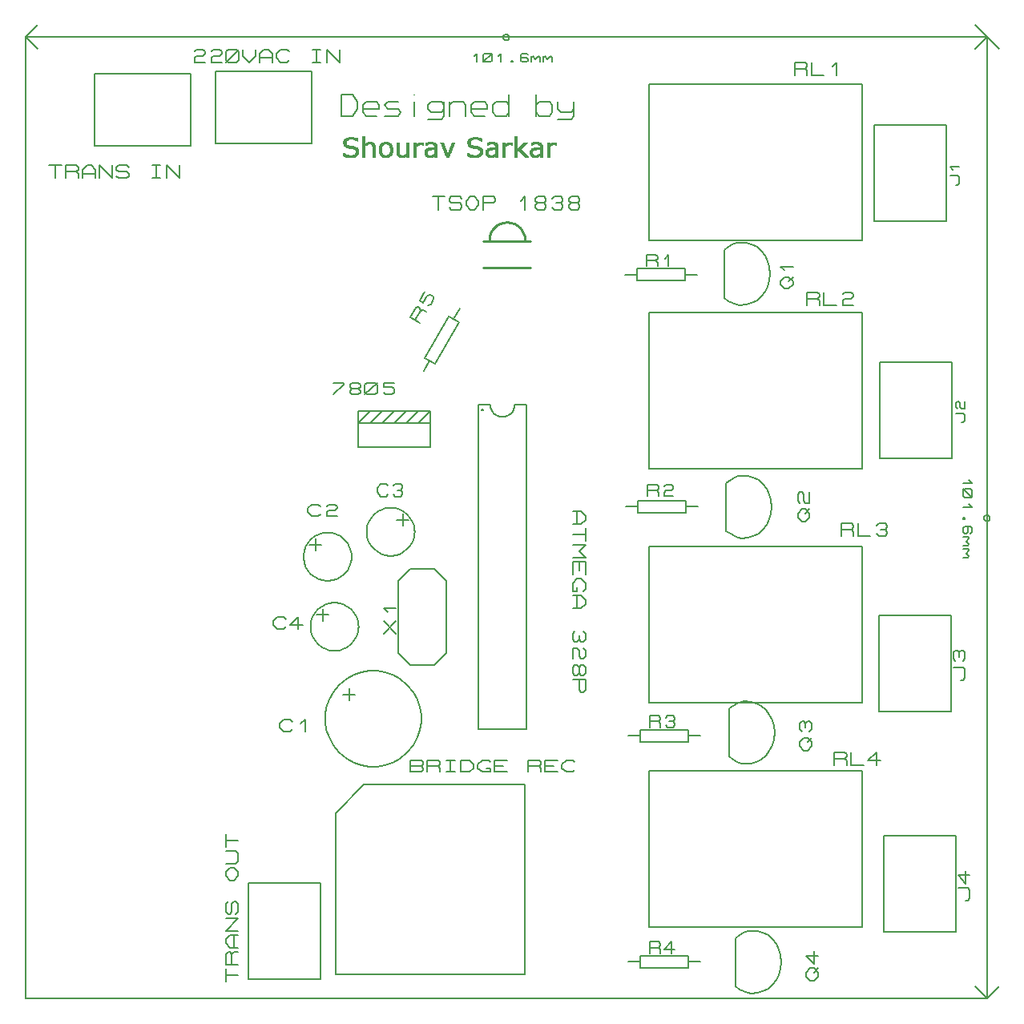
<source format=gbr>
G04 PROTEUS GERBER X2 FILE*
%TF.GenerationSoftware,Labcenter,Proteus,8.7-SP3-Build25561*%
%TF.CreationDate,2019-03-25T11:13:55+00:00*%
%TF.FileFunction,Legend,Top*%
%TF.FilePolarity,Positive*%
%TF.Part,Single*%
%TF.SameCoordinates,{7bf090f1-712e-4c9e-9fb6-0cc4d7933681}*%
%FSLAX45Y45*%
%MOMM*%
G01*
%TA.AperFunction,NonMaterial*%
%ADD18C,0.203200*%
%TA.AperFunction,Profile*%
%ADD19C,0.203200*%
%TA.AperFunction,Material*%
%ADD23C,0.203200*%
%ADD24C,0.250000*%
%ADD25C,0.200000*%
%ADD26C,0.063500*%
%TD.AperFunction*%
D18*
X-7620000Y+5080000D02*
X+2540000Y+5080000D01*
X-7620000Y+5080000D02*
X-7493000Y+4953000D01*
X-7620000Y+5080000D02*
X-7493000Y+5207000D01*
X+2540000Y+5080000D02*
X+2413000Y+5207000D01*
X+2540000Y+5080000D02*
X+2413000Y+4953000D01*
X-2508250Y+5080000D02*
X-2508359Y+5082634D01*
X-2509249Y+5087903D01*
X-2511111Y+5093172D01*
X-2514154Y+5098441D01*
X-2518809Y+5103643D01*
X-2524078Y+5107469D01*
X-2529347Y+5109909D01*
X-2534616Y+5111290D01*
X-2539885Y+5111750D01*
X-2540000Y+5111750D01*
X-2571750Y+5080000D02*
X-2571641Y+5082634D01*
X-2570751Y+5087903D01*
X-2568889Y+5093172D01*
X-2565846Y+5098441D01*
X-2561191Y+5103643D01*
X-2555922Y+5107469D01*
X-2550653Y+5109909D01*
X-2545384Y+5111290D01*
X-2540115Y+5111750D01*
X-2540000Y+5111750D01*
X-2571750Y+5080000D02*
X-2571641Y+5077366D01*
X-2570751Y+5072097D01*
X-2568889Y+5066828D01*
X-2565846Y+5061559D01*
X-2561191Y+5056357D01*
X-2555922Y+5052531D01*
X-2550653Y+5050091D01*
X-2545384Y+5048710D01*
X-2540115Y+5048250D01*
X-2540000Y+5048250D01*
X-2508250Y+5080000D02*
X-2508359Y+5077366D01*
X-2509249Y+5072097D01*
X-2511111Y+5066828D01*
X-2514154Y+5061559D01*
X-2518809Y+5056357D01*
X-2524078Y+5052531D01*
X-2529347Y+5050091D01*
X-2534616Y+5048710D01*
X-2539885Y+5048250D01*
X-2540000Y+5048250D01*
X-2879410Y+4878555D02*
X-2847660Y+4909035D01*
X-2847660Y+4817595D01*
X-2784160Y+4832835D02*
X-2784160Y+4893795D01*
X-2768285Y+4909035D01*
X-2704785Y+4909035D01*
X-2688910Y+4893795D01*
X-2688910Y+4832835D01*
X-2704785Y+4817595D01*
X-2768285Y+4817595D01*
X-2784160Y+4832835D01*
X-2784160Y+4817595D02*
X-2688910Y+4909035D01*
X-2625410Y+4878555D02*
X-2593660Y+4909035D01*
X-2593660Y+4817595D01*
X-2482535Y+4832835D02*
X-2466660Y+4832835D01*
X-2466660Y+4817595D01*
X-2482535Y+4817595D01*
X-2482535Y+4832835D01*
X-2307910Y+4893795D02*
X-2323785Y+4909035D01*
X-2371410Y+4909035D01*
X-2387285Y+4893795D01*
X-2387285Y+4832835D01*
X-2371410Y+4817595D01*
X-2323785Y+4817595D01*
X-2307910Y+4832835D01*
X-2307910Y+4848075D01*
X-2323785Y+4863315D01*
X-2387285Y+4863315D01*
X-2276160Y+4817595D02*
X-2276160Y+4878555D01*
X-2276160Y+4863315D02*
X-2260285Y+4878555D01*
X-2228535Y+4848075D01*
X-2196785Y+4878555D01*
X-2180910Y+4863315D01*
X-2180910Y+4817595D01*
X-2149160Y+4817595D02*
X-2149160Y+4878555D01*
X-2149160Y+4863315D02*
X-2133285Y+4878555D01*
X-2101535Y+4848075D01*
X-2069785Y+4878555D01*
X-2053910Y+4863315D01*
X-2053910Y+4817595D01*
X+2540000Y+5080000D02*
X+2540000Y-5080000D01*
X+2540000Y+5080000D02*
X+2413000Y+4953000D01*
X+2540000Y+5080000D02*
X+2667000Y+4953000D01*
X+2540000Y-5080000D02*
X+2667000Y-4953000D01*
X+2540000Y-5080000D02*
X+2413000Y-4953000D01*
X+2571750Y+0D02*
X+2571641Y+2634D01*
X+2570751Y+7903D01*
X+2568889Y+13172D01*
X+2565846Y+18441D01*
X+2561191Y+23643D01*
X+2555922Y+27469D01*
X+2550653Y+29909D01*
X+2545384Y+31290D01*
X+2540115Y+31750D01*
X+2540000Y+31750D01*
X+2508250Y+0D02*
X+2508359Y+2634D01*
X+2509249Y+7903D01*
X+2511111Y+13172D01*
X+2514154Y+18441D01*
X+2518809Y+23643D01*
X+2524078Y+27469D01*
X+2529347Y+29909D01*
X+2534616Y+31290D01*
X+2539885Y+31750D01*
X+2540000Y+31750D01*
X+2508250Y+0D02*
X+2508359Y-2634D01*
X+2509249Y-7903D01*
X+2511111Y-13172D01*
X+2514154Y-18441D01*
X+2518809Y-23643D01*
X+2524078Y-27469D01*
X+2529347Y-29909D01*
X+2534616Y-31290D01*
X+2539885Y-31750D01*
X+2540000Y-31750D01*
X+2571750Y+0D02*
X+2571641Y-2634D01*
X+2570751Y-7903D01*
X+2568889Y-13172D01*
X+2565846Y-18441D01*
X+2561191Y-23643D01*
X+2555922Y-27469D01*
X+2550653Y-29909D01*
X+2545384Y-31290D01*
X+2540115Y-31750D01*
X+2540000Y-31750D01*
X+2351100Y+402750D02*
X+2381580Y+371000D01*
X+2290140Y+371000D01*
X+2305380Y+307500D02*
X+2366340Y+307500D01*
X+2381580Y+291625D01*
X+2381580Y+228125D01*
X+2366340Y+212250D01*
X+2305380Y+212250D01*
X+2290140Y+228125D01*
X+2290140Y+291625D01*
X+2305380Y+307500D01*
X+2290140Y+307500D02*
X+2381580Y+212250D01*
X+2351100Y+148750D02*
X+2381580Y+117000D01*
X+2290140Y+117000D01*
X+2305380Y+5875D02*
X+2305380Y-10000D01*
X+2290140Y-10000D01*
X+2290140Y+5875D01*
X+2305380Y+5875D01*
X+2366340Y-168750D02*
X+2381580Y-152875D01*
X+2381580Y-105250D01*
X+2366340Y-89375D01*
X+2305380Y-89375D01*
X+2290140Y-105250D01*
X+2290140Y-152875D01*
X+2305380Y-168750D01*
X+2320620Y-168750D01*
X+2335860Y-152875D01*
X+2335860Y-89375D01*
X+2290140Y-200500D02*
X+2351100Y-200500D01*
X+2335860Y-200500D02*
X+2351100Y-216375D01*
X+2320620Y-248125D01*
X+2351100Y-279875D01*
X+2335860Y-295750D01*
X+2290140Y-295750D01*
X+2290140Y-327500D02*
X+2351100Y-327500D01*
X+2335860Y-327500D02*
X+2351100Y-343375D01*
X+2320620Y-375125D01*
X+2351100Y-406875D01*
X+2335860Y-422750D01*
X+2290140Y-422750D01*
D19*
X-7620000Y-5080000D02*
X+2540000Y-5080000D01*
X+2540000Y+5080000D01*
X-7620000Y+5080000D01*
X-7620000Y-5080000D01*
D23*
X-1030000Y+2930000D02*
X+1220000Y+2930000D01*
X+1220000Y+4580000D01*
X-1030000Y+4580000D01*
X-1030000Y+2930000D01*
X+508300Y+4677780D02*
X+508300Y+4814940D01*
X+619425Y+4814940D01*
X+641650Y+4792080D01*
X+641650Y+4769220D01*
X+619425Y+4746360D01*
X+508300Y+4746360D01*
X+619425Y+4746360D02*
X+641650Y+4723500D01*
X+641650Y+4677780D01*
X+686100Y+4814940D02*
X+686100Y+4677780D01*
X+819450Y+4677780D01*
X+908350Y+4769220D02*
X+952800Y+4814940D01*
X+952800Y+4677780D01*
X-1030000Y+520000D02*
X+1220000Y+520000D01*
X+1220000Y+2170000D01*
X-1030000Y+2170000D01*
X-1030000Y+520000D01*
X+638300Y+2247780D02*
X+638300Y+2384940D01*
X+749425Y+2384940D01*
X+771650Y+2362080D01*
X+771650Y+2339220D01*
X+749425Y+2316360D01*
X+638300Y+2316360D01*
X+749425Y+2316360D02*
X+771650Y+2293500D01*
X+771650Y+2247780D01*
X+816100Y+2384940D02*
X+816100Y+2247780D01*
X+949450Y+2247780D01*
X+1016125Y+2362080D02*
X+1038350Y+2384940D01*
X+1105025Y+2384940D01*
X+1127250Y+2362080D01*
X+1127250Y+2339220D01*
X+1105025Y+2316360D01*
X+1038350Y+2316360D01*
X+1016125Y+2293500D01*
X+1016125Y+2247780D01*
X+1127250Y+2247780D01*
X-1030000Y-1950000D02*
X+1220000Y-1950000D01*
X+1220000Y-300000D01*
X-1030000Y-300000D01*
X-1030000Y-1950000D01*
X+998300Y-192220D02*
X+998300Y-55060D01*
X+1109425Y-55060D01*
X+1131650Y-77920D01*
X+1131650Y-100780D01*
X+1109425Y-123640D01*
X+998300Y-123640D01*
X+1109425Y-123640D02*
X+1131650Y-146500D01*
X+1131650Y-192220D01*
X+1176100Y-55060D02*
X+1176100Y-192220D01*
X+1309450Y-192220D01*
X+1376125Y-77920D02*
X+1398350Y-55060D01*
X+1465025Y-55060D01*
X+1487250Y-77920D01*
X+1487250Y-100780D01*
X+1465025Y-123640D01*
X+1487250Y-146500D01*
X+1487250Y-169360D01*
X+1465025Y-192220D01*
X+1398350Y-192220D01*
X+1376125Y-169360D01*
X+1420575Y-123640D02*
X+1465025Y-123640D01*
X-1030000Y-4320000D02*
X+1220000Y-4320000D01*
X+1220000Y-2670000D01*
X-1030000Y-2670000D01*
X-1030000Y-4320000D01*
X+928300Y-2612220D02*
X+928300Y-2475060D01*
X+1039425Y-2475060D01*
X+1061650Y-2497920D01*
X+1061650Y-2520780D01*
X+1039425Y-2543640D01*
X+928300Y-2543640D01*
X+1039425Y-2543640D02*
X+1061650Y-2566500D01*
X+1061650Y-2612220D01*
X+1106100Y-2475060D02*
X+1106100Y-2612220D01*
X+1239450Y-2612220D01*
X+1417250Y-2566500D02*
X+1283900Y-2566500D01*
X+1372800Y-2475060D01*
X+1372800Y-2612220D01*
X+1349000Y+4154380D02*
X+2111000Y+4154380D01*
X+2111000Y+3138380D02*
X+1349000Y+3138380D01*
X+1349000Y+4154380D02*
X+1349000Y+3138380D01*
X+2111000Y+4154380D02*
X+2111000Y+3138380D01*
X+2212600Y+3519380D02*
X+2227840Y+3519380D01*
X+2243080Y+3535255D01*
X+2243080Y+3598755D01*
X+2227840Y+3614630D01*
X+2151640Y+3614630D01*
X+2182120Y+3678130D02*
X+2151640Y+3709880D01*
X+2243080Y+3709880D01*
X+1409000Y+1644000D02*
X+2171000Y+1644000D01*
X+2171000Y+628000D02*
X+1409000Y+628000D01*
X+1409000Y+1644000D02*
X+1409000Y+628000D01*
X+2171000Y+1644000D02*
X+2171000Y+628000D01*
X+2272600Y+1009000D02*
X+2287840Y+1009000D01*
X+2303080Y+1024875D01*
X+2303080Y+1088375D01*
X+2287840Y+1104250D01*
X+2211640Y+1104250D01*
X+2226880Y+1151875D02*
X+2211640Y+1167750D01*
X+2211640Y+1215375D01*
X+2226880Y+1231250D01*
X+2242120Y+1231250D01*
X+2257360Y+1215375D01*
X+2257360Y+1167750D01*
X+2272600Y+1151875D01*
X+2303080Y+1151875D01*
X+2303080Y+1231250D01*
X+1399000Y-1026000D02*
X+2161000Y-1026000D01*
X+2161000Y-2042000D02*
X+1399000Y-2042000D01*
X+1399000Y-1026000D02*
X+1399000Y-2042000D01*
X+2161000Y-1026000D02*
X+2161000Y-2042000D01*
X+2267680Y-1711800D02*
X+2288000Y-1711800D01*
X+2308320Y-1689575D01*
X+2308320Y-1600675D01*
X+2288000Y-1578450D01*
X+2186400Y-1578450D01*
X+2206720Y-1511775D02*
X+2186400Y-1489550D01*
X+2186400Y-1422875D01*
X+2206720Y-1400650D01*
X+2227040Y-1400650D01*
X+2247360Y-1422875D01*
X+2267680Y-1400650D01*
X+2288000Y-1400650D01*
X+2308320Y-1422875D01*
X+2308320Y-1489550D01*
X+2288000Y-1511775D01*
X+2247360Y-1467325D02*
X+2247360Y-1422875D01*
X+1449000Y-3356000D02*
X+2211000Y-3356000D01*
X+2211000Y-4372000D02*
X+1449000Y-4372000D01*
X+1449000Y-3356000D02*
X+1449000Y-4372000D01*
X+2211000Y-3356000D02*
X+2211000Y-4372000D01*
X+2317680Y-4041800D02*
X+2338000Y-4041800D01*
X+2358320Y-4019575D01*
X+2358320Y-3930675D01*
X+2338000Y-3908450D01*
X+2236400Y-3908450D01*
X+2317680Y-3730650D02*
X+2317680Y-3864000D01*
X+2236400Y-3775100D01*
X+2358320Y-3775100D01*
X-235100Y+2834000D02*
X-235100Y+2326000D01*
X-70000Y+2910200D02*
X-108298Y+2905438D01*
X-147788Y+2891150D01*
X-189658Y+2867338D01*
X-235100Y+2834000D01*
X-70000Y+2910200D02*
X-5082Y+2907569D01*
X+54953Y+2891088D01*
X+108942Y+2862161D01*
X+155722Y+2822193D01*
X+194131Y+2772588D01*
X+223005Y+2714751D01*
X+241182Y+2650087D01*
X+247500Y+2580000D01*
X-70000Y+2249800D02*
X-108298Y+2254562D01*
X-147788Y+2268850D01*
X-189658Y+2292662D01*
X-235100Y+2326000D01*
X-70000Y+2249800D02*
X-5082Y+2252431D01*
X+54953Y+2268912D01*
X+108942Y+2297839D01*
X+155722Y+2337807D01*
X+194131Y+2387412D01*
X+223005Y+2445249D01*
X+241182Y+2509913D01*
X+247500Y+2580000D01*
X+401000Y+2427600D02*
X+355280Y+2465700D01*
X+355280Y+2503800D01*
X+401000Y+2541900D01*
X+446720Y+2541900D01*
X+492440Y+2503800D01*
X+492440Y+2465700D01*
X+446720Y+2427600D01*
X+401000Y+2427600D01*
X+446720Y+2503800D02*
X+492440Y+2541900D01*
X+401000Y+2618100D02*
X+355280Y+2656200D01*
X+492440Y+2656200D01*
X-215100Y+370800D02*
X-215100Y-137200D01*
X-50000Y+447000D02*
X-88298Y+442238D01*
X-127788Y+427950D01*
X-169658Y+404138D01*
X-215100Y+370800D01*
X-50000Y+447000D02*
X+14918Y+444369D01*
X+74953Y+427888D01*
X+128942Y+398961D01*
X+175722Y+358993D01*
X+214131Y+309388D01*
X+243005Y+251551D01*
X+261182Y+186887D01*
X+267500Y+116800D01*
X-50000Y-213400D02*
X-88298Y-208638D01*
X-127788Y-194350D01*
X-169658Y-170538D01*
X-215100Y-137200D01*
X-50000Y-213400D02*
X+14918Y-210769D01*
X+74953Y-194288D01*
X+128942Y-165361D01*
X+175722Y-125393D01*
X+214131Y-75788D01*
X+243005Y-17951D01*
X+261182Y+46713D01*
X+267500Y+116800D01*
X+583540Y-41000D02*
X+542900Y+3450D01*
X+542900Y+47900D01*
X+583540Y+92350D01*
X+624180Y+92350D01*
X+664820Y+47900D01*
X+664820Y+3450D01*
X+624180Y-41000D01*
X+583540Y-41000D01*
X+624180Y+47900D02*
X+664820Y+92350D01*
X+563220Y+159025D02*
X+542900Y+181250D01*
X+542900Y+247925D01*
X+563220Y+270150D01*
X+583540Y+270150D01*
X+603860Y+247925D01*
X+603860Y+181250D01*
X+624180Y+159025D01*
X+664820Y+159025D01*
X+664820Y+270150D01*
X-185100Y-2016000D02*
X-185100Y-2524000D01*
X-20000Y-1939800D02*
X-58298Y-1944562D01*
X-97788Y-1958850D01*
X-139658Y-1982662D01*
X-185100Y-2016000D01*
X-20000Y-1939800D02*
X+44918Y-1942431D01*
X+104953Y-1958912D01*
X+158942Y-1987839D01*
X+205722Y-2027807D01*
X+244131Y-2077412D01*
X+273005Y-2135249D01*
X+291182Y-2199913D01*
X+297500Y-2270000D01*
X-20000Y-2600200D02*
X-58298Y-2595438D01*
X-97788Y-2581150D01*
X-139658Y-2557338D01*
X-185100Y-2524000D01*
X-20000Y-2600200D02*
X+44918Y-2597569D01*
X+104953Y-2581088D01*
X+158942Y-2552161D01*
X+205722Y-2512193D01*
X+244131Y-2462588D01*
X+273005Y-2404751D01*
X+291182Y-2340087D01*
X+297500Y-2270000D01*
X+603540Y-2457800D02*
X+562900Y-2413350D01*
X+562900Y-2368900D01*
X+603540Y-2324450D01*
X+644180Y-2324450D01*
X+684820Y-2368900D01*
X+684820Y-2413350D01*
X+644180Y-2457800D01*
X+603540Y-2457800D01*
X+644180Y-2368900D02*
X+684820Y-2324450D01*
X+583220Y-2257775D02*
X+562900Y-2235550D01*
X+562900Y-2168875D01*
X+583220Y-2146650D01*
X+603540Y-2146650D01*
X+623860Y-2168875D01*
X+644180Y-2146650D01*
X+664500Y-2146650D01*
X+684820Y-2168875D01*
X+684820Y-2235550D01*
X+664500Y-2257775D01*
X+623860Y-2213325D02*
X+623860Y-2168875D01*
X-115100Y-4439200D02*
X-115100Y-4947200D01*
X+50000Y-4363000D02*
X+11702Y-4367762D01*
X-27788Y-4382050D01*
X-69658Y-4405862D01*
X-115100Y-4439200D01*
X+50000Y-4363000D02*
X+114918Y-4365631D01*
X+174953Y-4382112D01*
X+228942Y-4411039D01*
X+275722Y-4451007D01*
X+314131Y-4500612D01*
X+343005Y-4558449D01*
X+361182Y-4623113D01*
X+367500Y-4693200D01*
X+50000Y-5023400D02*
X+11702Y-5018638D01*
X-27788Y-5004350D01*
X-69658Y-4980538D01*
X-115100Y-4947200D01*
X+50000Y-5023400D02*
X+114918Y-5020769D01*
X+174953Y-5004288D01*
X+228942Y-4975361D01*
X+275722Y-4935393D01*
X+314131Y-4885788D01*
X+343005Y-4827951D01*
X+361182Y-4763287D01*
X+367500Y-4693200D01*
X+673540Y-4891000D02*
X+632900Y-4846550D01*
X+632900Y-4802100D01*
X+673540Y-4757650D01*
X+714180Y-4757650D01*
X+754820Y-4802100D01*
X+754820Y-4846550D01*
X+714180Y-4891000D01*
X+673540Y-4891000D01*
X+714180Y-4802100D02*
X+754820Y-4757650D01*
X+714180Y-4579850D02*
X+714180Y-4713200D01*
X+632900Y-4624300D01*
X+754820Y-4624300D01*
X-1283000Y+2570000D02*
X-1156000Y+2570000D01*
X-1156000Y+2506500D02*
X-648000Y+2506500D01*
X-648000Y+2633500D01*
X-1156000Y+2633500D01*
X-1156000Y+2506500D01*
X-648000Y+2570000D02*
X-521000Y+2570000D01*
X-1054400Y+2658900D02*
X-1054400Y+2780820D01*
X-959150Y+2780820D01*
X-940100Y+2760500D01*
X-940100Y+2740180D01*
X-959150Y+2719860D01*
X-1054400Y+2719860D01*
X-959150Y+2719860D02*
X-940100Y+2699540D01*
X-940100Y+2658900D01*
X-863900Y+2740180D02*
X-825800Y+2780820D01*
X-825800Y+2658900D01*
X-1273000Y+120000D02*
X-1146000Y+120000D01*
X-1146000Y+56500D02*
X-638000Y+56500D01*
X-638000Y+183500D01*
X-1146000Y+183500D01*
X-1146000Y+56500D01*
X-638000Y+120000D02*
X-511000Y+120000D01*
X-1044400Y+228900D02*
X-1044400Y+350820D01*
X-949150Y+350820D01*
X-930100Y+330500D01*
X-930100Y+310180D01*
X-949150Y+289860D01*
X-1044400Y+289860D01*
X-949150Y+289860D02*
X-930100Y+269540D01*
X-930100Y+228900D01*
X-872950Y+330500D02*
X-853900Y+350820D01*
X-796750Y+350820D01*
X-777700Y+330500D01*
X-777700Y+310180D01*
X-796750Y+289860D01*
X-853900Y+289860D01*
X-872950Y+269540D01*
X-872950Y+228900D01*
X-777700Y+228900D01*
X-1253000Y-2300000D02*
X-1126000Y-2300000D01*
X-1126000Y-2363500D02*
X-618000Y-2363500D01*
X-618000Y-2236500D01*
X-1126000Y-2236500D01*
X-1126000Y-2363500D01*
X-618000Y-2300000D02*
X-491000Y-2300000D01*
X-1024400Y-2211100D02*
X-1024400Y-2089180D01*
X-929150Y-2089180D01*
X-910100Y-2109500D01*
X-910100Y-2129820D01*
X-929150Y-2150140D01*
X-1024400Y-2150140D01*
X-929150Y-2150140D02*
X-910100Y-2170460D01*
X-910100Y-2211100D01*
X-852950Y-2109500D02*
X-833900Y-2089180D01*
X-776750Y-2089180D01*
X-757700Y-2109500D01*
X-757700Y-2129820D01*
X-776750Y-2150140D01*
X-757700Y-2170460D01*
X-757700Y-2190780D01*
X-776750Y-2211100D01*
X-833900Y-2211100D01*
X-852950Y-2190780D01*
X-814850Y-2150140D02*
X-776750Y-2150140D01*
X-1253000Y-4690000D02*
X-1126000Y-4690000D01*
X-1126000Y-4753500D02*
X-618000Y-4753500D01*
X-618000Y-4626500D01*
X-1126000Y-4626500D01*
X-1126000Y-4753500D01*
X-618000Y-4690000D02*
X-491000Y-4690000D01*
X-1024400Y-4601100D02*
X-1024400Y-4479180D01*
X-929150Y-4479180D01*
X-910100Y-4499500D01*
X-910100Y-4519820D01*
X-929150Y-4540140D01*
X-1024400Y-4540140D01*
X-929150Y-4540140D02*
X-910100Y-4560460D01*
X-910100Y-4601100D01*
X-757700Y-4560460D02*
X-872000Y-4560460D01*
X-795800Y-4479180D01*
X-795800Y-4601100D01*
X-3436000Y-2120000D02*
X-3437553Y-2080313D01*
X-3450150Y-2000938D01*
X-3476360Y-1921563D01*
X-3518695Y-1842188D01*
X-3582778Y-1762813D01*
X-3662142Y-1697365D01*
X-3741517Y-1654098D01*
X-3820892Y-1627143D01*
X-3900267Y-1613886D01*
X-3944000Y-1612000D01*
X-4452000Y-2120000D02*
X-4450447Y-2080313D01*
X-4437850Y-2000938D01*
X-4411640Y-1921563D01*
X-4369305Y-1842188D01*
X-4305222Y-1762813D01*
X-4225858Y-1697365D01*
X-4146483Y-1654098D01*
X-4067108Y-1627143D01*
X-3987733Y-1613886D01*
X-3944000Y-1612000D01*
X-4452000Y-2120000D02*
X-4450447Y-2159687D01*
X-4437850Y-2239062D01*
X-4411640Y-2318437D01*
X-4369305Y-2397812D01*
X-4305222Y-2477187D01*
X-4225858Y-2542635D01*
X-4146483Y-2585902D01*
X-4067108Y-2612857D01*
X-3987733Y-2626114D01*
X-3944000Y-2628000D01*
X-3436000Y-2120000D02*
X-3437553Y-2159687D01*
X-3450150Y-2239062D01*
X-3476360Y-2318437D01*
X-3518695Y-2397812D01*
X-3582778Y-2477187D01*
X-3662142Y-2542635D01*
X-3741517Y-2585902D01*
X-3820892Y-2612857D01*
X-3900267Y-2626114D01*
X-3944000Y-2628000D01*
X-4261500Y-1866000D02*
X-4134500Y-1866000D01*
X-4198000Y-1802500D02*
X-4198000Y-1929500D01*
X-4798710Y-2236280D02*
X-4820935Y-2256600D01*
X-4887610Y-2256600D01*
X-4932060Y-2215960D01*
X-4932060Y-2175320D01*
X-4887610Y-2134680D01*
X-4820935Y-2134680D01*
X-4798710Y-2155000D01*
X-4709810Y-2175320D02*
X-4665360Y-2134680D01*
X-4665360Y-2256600D01*
X-2340000Y-2820000D02*
X-2340000Y-4820000D01*
X-4340000Y-4820000D01*
X-4340000Y-3120000D01*
X-2340000Y-2820000D02*
X-4040000Y-2820000D01*
X-4340000Y-3120000D01*
X-3549000Y-2684600D02*
X-3549000Y-2562680D01*
X-3437875Y-2562680D01*
X-3415650Y-2583000D01*
X-3415650Y-2603320D01*
X-3437875Y-2623640D01*
X-3415650Y-2643960D01*
X-3415650Y-2664280D01*
X-3437875Y-2684600D01*
X-3549000Y-2684600D01*
X-3549000Y-2623640D02*
X-3437875Y-2623640D01*
X-3371200Y-2684600D02*
X-3371200Y-2562680D01*
X-3260075Y-2562680D01*
X-3237850Y-2583000D01*
X-3237850Y-2603320D01*
X-3260075Y-2623640D01*
X-3371200Y-2623640D01*
X-3260075Y-2623640D02*
X-3237850Y-2643960D01*
X-3237850Y-2684600D01*
X-3171175Y-2562680D02*
X-3082275Y-2562680D01*
X-3126725Y-2562680D02*
X-3126725Y-2684600D01*
X-3171175Y-2684600D02*
X-3082275Y-2684600D01*
X-3015600Y-2684600D02*
X-3015600Y-2562680D01*
X-2926700Y-2562680D01*
X-2882250Y-2603320D01*
X-2882250Y-2643960D01*
X-2926700Y-2684600D01*
X-3015600Y-2684600D01*
X-2748900Y-2643960D02*
X-2704450Y-2643960D01*
X-2704450Y-2684600D01*
X-2793350Y-2684600D01*
X-2837800Y-2643960D01*
X-2837800Y-2603320D01*
X-2793350Y-2562680D01*
X-2726675Y-2562680D01*
X-2704450Y-2583000D01*
X-2526650Y-2684600D02*
X-2660000Y-2684600D01*
X-2660000Y-2562680D01*
X-2526650Y-2562680D01*
X-2660000Y-2623640D02*
X-2571100Y-2623640D01*
X-2304400Y-2684600D02*
X-2304400Y-2562680D01*
X-2193275Y-2562680D01*
X-2171050Y-2583000D01*
X-2171050Y-2603320D01*
X-2193275Y-2623640D01*
X-2304400Y-2623640D01*
X-2193275Y-2623640D02*
X-2171050Y-2643960D01*
X-2171050Y-2684600D01*
X-1993250Y-2684600D02*
X-2126600Y-2684600D01*
X-2126600Y-2562680D01*
X-1993250Y-2562680D01*
X-2126600Y-2623640D02*
X-2037700Y-2623640D01*
X-1815450Y-2664280D02*
X-1837675Y-2684600D01*
X-1904350Y-2684600D01*
X-1948800Y-2643960D01*
X-1948800Y-2603320D01*
X-1904350Y-2562680D01*
X-1837675Y-2562680D01*
X-1815450Y-2583000D01*
X-4107197Y+747584D02*
X-3345197Y+747584D01*
X-3345197Y+1001584D01*
X-4107197Y+1001584D01*
X-4107197Y+747584D01*
X-4107197Y+1001584D02*
X-4107197Y+1128584D01*
X-3345197Y+1128584D01*
X-3345197Y+1001584D01*
X-4107197Y+1001584D02*
X-3980197Y+1128584D01*
X-3980197Y+1001584D02*
X-3853197Y+1128584D01*
X-3853197Y+1001584D02*
X-3726197Y+1128584D01*
X-3726197Y+1001584D02*
X-3599197Y+1128584D01*
X-3599197Y+1001584D02*
X-3472197Y+1128584D01*
X-3472197Y+1001584D02*
X-3345197Y+1128584D01*
X-4369572Y+1425904D02*
X-4258447Y+1425904D01*
X-4258447Y+1405584D01*
X-4369572Y+1303984D01*
X-4169547Y+1364944D02*
X-4191772Y+1385264D01*
X-4191772Y+1405584D01*
X-4169547Y+1425904D01*
X-4102872Y+1425904D01*
X-4080647Y+1405584D01*
X-4080647Y+1385264D01*
X-4102872Y+1364944D01*
X-4169547Y+1364944D01*
X-4191772Y+1344624D01*
X-4191772Y+1324304D01*
X-4169547Y+1303984D01*
X-4102872Y+1303984D01*
X-4080647Y+1324304D01*
X-4080647Y+1344624D01*
X-4102872Y+1364944D01*
X-4036197Y+1324304D02*
X-4036197Y+1405584D01*
X-4013972Y+1425904D01*
X-3925072Y+1425904D01*
X-3902847Y+1405584D01*
X-3902847Y+1324304D01*
X-3925072Y+1303984D01*
X-4013972Y+1303984D01*
X-4036197Y+1324304D01*
X-4036197Y+1303984D02*
X-3902847Y+1425904D01*
X-3725047Y+1425904D02*
X-3836172Y+1425904D01*
X-3836172Y+1385264D01*
X-3747272Y+1385264D01*
X-3725047Y+1364944D01*
X-3725047Y+1324304D01*
X-3747272Y+1303984D01*
X-3813947Y+1303984D01*
X-3836172Y+1324304D01*
X-4099000Y-1150000D02*
X-4099827Y-1129517D01*
X-4106545Y-1088550D01*
X-4120563Y-1047583D01*
X-4143341Y-1006616D01*
X-4178141Y-965771D01*
X-4219108Y-934155D01*
X-4260075Y-913608D01*
X-4301042Y-901371D01*
X-4342009Y-896238D01*
X-4353000Y-896000D01*
X-4607000Y-1150000D02*
X-4606173Y-1129517D01*
X-4599455Y-1088550D01*
X-4585437Y-1047583D01*
X-4562659Y-1006616D01*
X-4527859Y-965771D01*
X-4486892Y-934155D01*
X-4445925Y-913608D01*
X-4404958Y-901371D01*
X-4363991Y-896238D01*
X-4353000Y-896000D01*
X-4607000Y-1150000D02*
X-4606173Y-1170483D01*
X-4599455Y-1211450D01*
X-4585437Y-1252417D01*
X-4562659Y-1293384D01*
X-4527859Y-1334229D01*
X-4486892Y-1365845D01*
X-4445925Y-1386392D01*
X-4404958Y-1398629D01*
X-4363991Y-1403762D01*
X-4353000Y-1404000D01*
X-4099000Y-1150000D02*
X-4099827Y-1170483D01*
X-4106545Y-1211450D01*
X-4120563Y-1252417D01*
X-4143341Y-1293384D01*
X-4178141Y-1334229D01*
X-4219108Y-1365845D01*
X-4260075Y-1386392D01*
X-4301042Y-1398629D01*
X-4342009Y-1403762D01*
X-4353000Y-1404000D01*
X-4543500Y-1023000D02*
X-4416500Y-1023000D01*
X-4480000Y-959500D02*
X-4480000Y-1086500D01*
X-4868370Y-1150280D02*
X-4890595Y-1170600D01*
X-4957270Y-1170600D01*
X-5001720Y-1129960D01*
X-5001720Y-1089320D01*
X-4957270Y-1048680D01*
X-4890595Y-1048680D01*
X-4868370Y-1069000D01*
X-4690570Y-1129960D02*
X-4823920Y-1129960D01*
X-4735020Y-1048680D01*
X-4735020Y-1170600D01*
X-4173000Y-410000D02*
X-4173827Y-389517D01*
X-4180545Y-348550D01*
X-4194563Y-307583D01*
X-4217341Y-266616D01*
X-4252141Y-225771D01*
X-4293108Y-194155D01*
X-4334075Y-173608D01*
X-4375042Y-161371D01*
X-4416009Y-156238D01*
X-4427000Y-156000D01*
X-4681000Y-410000D02*
X-4680173Y-389517D01*
X-4673455Y-348550D01*
X-4659437Y-307583D01*
X-4636659Y-266616D01*
X-4601859Y-225771D01*
X-4560892Y-194155D01*
X-4519925Y-173608D01*
X-4478958Y-161371D01*
X-4437991Y-156238D01*
X-4427000Y-156000D01*
X-4681000Y-410000D02*
X-4680173Y-430483D01*
X-4673455Y-471450D01*
X-4659437Y-512417D01*
X-4636659Y-553384D01*
X-4601859Y-594229D01*
X-4560892Y-625845D01*
X-4519925Y-646392D01*
X-4478958Y-658629D01*
X-4437991Y-663762D01*
X-4427000Y-664000D01*
X-4173000Y-410000D02*
X-4173827Y-430483D01*
X-4180545Y-471450D01*
X-4194563Y-512417D01*
X-4217341Y-553384D01*
X-4252141Y-594229D01*
X-4293108Y-625845D01*
X-4334075Y-646392D01*
X-4375042Y-658629D01*
X-4416009Y-663762D01*
X-4427000Y-664000D01*
X-4617500Y-283000D02*
X-4490500Y-283000D01*
X-4554000Y-219500D02*
X-4554000Y-346500D01*
X-4502370Y+39720D02*
X-4524595Y+19400D01*
X-4591270Y+19400D01*
X-4635720Y+60040D01*
X-4635720Y+100680D01*
X-4591270Y+141320D01*
X-4524595Y+141320D01*
X-4502370Y+121000D01*
X-4435695Y+121000D02*
X-4413470Y+141320D01*
X-4346795Y+141320D01*
X-4324570Y+121000D01*
X-4324570Y+100680D01*
X-4346795Y+80360D01*
X-4413470Y+80360D01*
X-4435695Y+60040D01*
X-4435695Y+19400D01*
X-4324570Y+19400D01*
X-3506000Y-147000D02*
X-3506827Y-126517D01*
X-3513545Y-85550D01*
X-3527563Y-44583D01*
X-3550341Y-3616D01*
X-3585141Y+37229D01*
X-3626108Y+68845D01*
X-3667075Y+89392D01*
X-3708042Y+101629D01*
X-3749009Y+106762D01*
X-3760000Y+107000D01*
X-4014000Y-147000D02*
X-4013173Y-126517D01*
X-4006455Y-85550D01*
X-3992437Y-44583D01*
X-3969659Y-3616D01*
X-3934859Y+37229D01*
X-3893892Y+68845D01*
X-3852925Y+89392D01*
X-3811958Y+101629D01*
X-3770991Y+106762D01*
X-3760000Y+107000D01*
X-4014000Y-147000D02*
X-4013173Y-167483D01*
X-4006455Y-208450D01*
X-3992437Y-249417D01*
X-3969659Y-290384D01*
X-3934859Y-331229D01*
X-3893892Y-362845D01*
X-3852925Y-383392D01*
X-3811958Y-395629D01*
X-3770991Y-400762D01*
X-3760000Y-401000D01*
X-3506000Y-147000D02*
X-3506827Y-167483D01*
X-3513545Y-208450D01*
X-3527563Y-249417D01*
X-3550341Y-290384D01*
X-3585141Y-331229D01*
X-3626108Y-362845D01*
X-3667075Y-383392D01*
X-3708042Y-395629D01*
X-3749009Y-400762D01*
X-3760000Y-401000D01*
X-3633000Y+43500D02*
X-3633000Y-83500D01*
X-3569500Y-20000D02*
X-3696500Y-20000D01*
X-3787740Y+248200D02*
X-3806790Y+225340D01*
X-3863940Y+225340D01*
X-3902040Y+271060D01*
X-3902040Y+316780D01*
X-3863940Y+362500D01*
X-3806790Y+362500D01*
X-3787740Y+339640D01*
X-3730590Y+339640D02*
X-3711540Y+362500D01*
X-3654390Y+362500D01*
X-3635340Y+339640D01*
X-3635340Y+316780D01*
X-3654390Y+293920D01*
X-3635340Y+271060D01*
X-3635340Y+248200D01*
X-3654390Y+225340D01*
X-3711540Y+225340D01*
X-3730590Y+248200D01*
X-3692490Y+293920D02*
X-3654390Y+293920D01*
X-3684000Y-1425000D02*
X-3684000Y-663000D01*
X-3557000Y-536000D01*
X-3303000Y-536000D01*
X-3176000Y-663000D01*
X-3176000Y-1425000D01*
X-3303000Y-1552000D01*
X-3557000Y-1552000D01*
X-3684000Y-1425000D01*
X-3831320Y-1221800D02*
X-3709400Y-1088450D01*
X-3709400Y-1221800D02*
X-3831320Y-1088450D01*
X-3790680Y-999550D02*
X-3831320Y-955100D01*
X-3709400Y-955100D01*
X-2833000Y+1193500D02*
X-2833000Y-2235500D01*
X-2325000Y-2235500D01*
X-2325000Y+1193500D01*
X-2833000Y+1193500D02*
X-2706000Y+1193500D01*
X-2325000Y+1193500D02*
X-2452000Y+1193500D01*
X-2706000Y+1193500D02*
X-2703473Y+1167532D01*
X-2696202Y+1143518D01*
X-2684652Y+1121923D01*
X-2669289Y+1103211D01*
X-2650577Y+1087847D01*
X-2628981Y+1076298D01*
X-2604967Y+1069027D01*
X-2579000Y+1066500D01*
X-2452000Y+1193500D02*
X-2454527Y+1167532D01*
X-2461798Y+1143518D01*
X-2473348Y+1121923D01*
X-2488711Y+1103211D01*
X-2507423Y+1087847D01*
X-2529018Y+1076298D01*
X-2553032Y+1069027D01*
X-2579000Y+1066500D01*
X-2785176Y+1142700D02*
X-2785201Y+1143297D01*
X-2785403Y+1144493D01*
X-2785827Y+1145689D01*
X-2786521Y+1146885D01*
X-2787581Y+1148064D01*
X-2788777Y+1148927D01*
X-2789973Y+1149476D01*
X-2791169Y+1149785D01*
X-2792360Y+1149884D01*
X-2799544Y+1142700D02*
X-2799519Y+1143297D01*
X-2799317Y+1144493D01*
X-2798893Y+1145689D01*
X-2798199Y+1146885D01*
X-2797139Y+1148064D01*
X-2795943Y+1148927D01*
X-2794747Y+1149476D01*
X-2793551Y+1149785D01*
X-2792360Y+1149884D01*
X-2799544Y+1142700D02*
X-2799519Y+1142103D01*
X-2799317Y+1140907D01*
X-2798893Y+1139711D01*
X-2798199Y+1138515D01*
X-2797139Y+1137336D01*
X-2795943Y+1136473D01*
X-2794747Y+1135924D01*
X-2793551Y+1135615D01*
X-2792360Y+1135516D01*
X-2785176Y+1142700D02*
X-2785201Y+1142103D01*
X-2785403Y+1140907D01*
X-2785827Y+1139711D01*
X-2786521Y+1138515D01*
X-2787581Y+1137336D01*
X-2788777Y+1136473D01*
X-2789973Y+1135924D01*
X-2791169Y+1135615D01*
X-2792360Y+1135516D01*
X-1837580Y+67760D02*
X-1746140Y+67760D01*
X-1700420Y+23310D01*
X-1700420Y-21140D01*
X-1746140Y-65590D01*
X-1837580Y-65590D01*
X-1791860Y+67760D02*
X-1791860Y-65590D01*
X-1700420Y-110040D02*
X-1700420Y-243390D01*
X-1700420Y-176715D02*
X-1837580Y-176715D01*
X-1837580Y-287840D02*
X-1700420Y-287840D01*
X-1769000Y-354515D01*
X-1700420Y-421190D01*
X-1837580Y-421190D01*
X-1837580Y-598990D02*
X-1837580Y-465640D01*
X-1700420Y-465640D01*
X-1700420Y-598990D01*
X-1769000Y-465640D02*
X-1769000Y-554540D01*
X-1791860Y-732340D02*
X-1791860Y-776790D01*
X-1837580Y-776790D01*
X-1837580Y-687890D01*
X-1791860Y-643440D01*
X-1746140Y-643440D01*
X-1700420Y-687890D01*
X-1700420Y-754565D01*
X-1723280Y-776790D01*
X-1837580Y-821240D02*
X-1746140Y-821240D01*
X-1700420Y-865690D01*
X-1700420Y-910140D01*
X-1746140Y-954590D01*
X-1837580Y-954590D01*
X-1791860Y-821240D02*
X-1791860Y-954590D01*
X-1723280Y-1199065D02*
X-1700420Y-1221290D01*
X-1700420Y-1287965D01*
X-1723280Y-1310190D01*
X-1746140Y-1310190D01*
X-1769000Y-1287965D01*
X-1791860Y-1310190D01*
X-1814720Y-1310190D01*
X-1837580Y-1287965D01*
X-1837580Y-1221290D01*
X-1814720Y-1199065D01*
X-1769000Y-1243515D02*
X-1769000Y-1287965D01*
X-1723280Y-1376865D02*
X-1700420Y-1399090D01*
X-1700420Y-1465765D01*
X-1723280Y-1487990D01*
X-1746140Y-1487990D01*
X-1769000Y-1465765D01*
X-1769000Y-1399090D01*
X-1791860Y-1376865D01*
X-1837580Y-1376865D01*
X-1837580Y-1487990D01*
X-1769000Y-1576890D02*
X-1746140Y-1554665D01*
X-1723280Y-1554665D01*
X-1700420Y-1576890D01*
X-1700420Y-1643565D01*
X-1723280Y-1665790D01*
X-1746140Y-1665790D01*
X-1769000Y-1643565D01*
X-1769000Y-1576890D01*
X-1791860Y-1554665D01*
X-1814720Y-1554665D01*
X-1837580Y-1576890D01*
X-1837580Y-1643565D01*
X-1814720Y-1665790D01*
X-1791860Y-1665790D01*
X-1769000Y-1643565D01*
X-1837580Y-1710240D02*
X-1700420Y-1710240D01*
X-1700420Y-1821365D01*
X-1723280Y-1843590D01*
X-1746140Y-1843590D01*
X-1769000Y-1821365D01*
X-1769000Y-1710240D01*
D24*
X-2280000Y+2645000D02*
X-2780000Y+2645000D01*
X-2780000Y+2925000D02*
X-2280000Y+2925000D01*
X-2342505Y+2924583D02*
X-2342000Y+2938351D01*
X-2345741Y+2976791D01*
X-2356504Y+3012339D01*
X-2373601Y+3044308D01*
X-2396344Y+3072007D01*
X-2424044Y+3094750D01*
X-2456012Y+3111847D01*
X-2491560Y+3122610D01*
X-2530000Y+3126351D01*
X-2568440Y+3122610D01*
X-2603988Y+3111847D01*
X-2635956Y+3094750D01*
X-2663656Y+3072007D01*
X-2686399Y+3044308D01*
X-2703496Y+3012339D01*
X-2714259Y+2976791D01*
X-2718000Y+2938351D01*
X-2717495Y+2924583D01*
X-2717500Y+2925000D01*
D23*
X-3320100Y+3394880D02*
X-3186750Y+3394880D01*
X-3253425Y+3394880D02*
X-3253425Y+3257720D01*
X-3142300Y+3280580D02*
X-3120075Y+3257720D01*
X-3031175Y+3257720D01*
X-3008950Y+3280580D01*
X-3008950Y+3303440D01*
X-3031175Y+3326300D01*
X-3120075Y+3326300D01*
X-3142300Y+3349160D01*
X-3142300Y+3372020D01*
X-3120075Y+3394880D01*
X-3031175Y+3394880D01*
X-3008950Y+3372020D01*
X-2964500Y+3349160D02*
X-2920050Y+3394880D01*
X-2875600Y+3394880D01*
X-2831150Y+3349160D01*
X-2831150Y+3303440D01*
X-2875600Y+3257720D01*
X-2920050Y+3257720D01*
X-2964500Y+3303440D01*
X-2964500Y+3349160D01*
X-2786700Y+3257720D02*
X-2786700Y+3394880D01*
X-2675575Y+3394880D01*
X-2653350Y+3372020D01*
X-2653350Y+3349160D01*
X-2675575Y+3326300D01*
X-2786700Y+3326300D01*
X-2386650Y+3349160D02*
X-2342200Y+3394880D01*
X-2342200Y+3257720D01*
X-2208850Y+3326300D02*
X-2231075Y+3349160D01*
X-2231075Y+3372020D01*
X-2208850Y+3394880D01*
X-2142175Y+3394880D01*
X-2119950Y+3372020D01*
X-2119950Y+3349160D01*
X-2142175Y+3326300D01*
X-2208850Y+3326300D01*
X-2231075Y+3303440D01*
X-2231075Y+3280580D01*
X-2208850Y+3257720D01*
X-2142175Y+3257720D01*
X-2119950Y+3280580D01*
X-2119950Y+3303440D01*
X-2142175Y+3326300D01*
X-2053275Y+3372020D02*
X-2031050Y+3394880D01*
X-1964375Y+3394880D01*
X-1942150Y+3372020D01*
X-1942150Y+3349160D01*
X-1964375Y+3326300D01*
X-1942150Y+3303440D01*
X-1942150Y+3280580D01*
X-1964375Y+3257720D01*
X-2031050Y+3257720D01*
X-2053275Y+3280580D01*
X-2008825Y+3326300D02*
X-1964375Y+3326300D01*
X-1853250Y+3326300D02*
X-1875475Y+3349160D01*
X-1875475Y+3372020D01*
X-1853250Y+3394880D01*
X-1786575Y+3394880D01*
X-1764350Y+3372020D01*
X-1764350Y+3349160D01*
X-1786575Y+3326300D01*
X-1853250Y+3326300D01*
X-1875475Y+3303440D01*
X-1875475Y+3280580D01*
X-1853250Y+3257720D01*
X-1786575Y+3257720D01*
X-1764350Y+3280580D01*
X-1764350Y+3303440D01*
X-1786575Y+3326300D01*
X-3412501Y+1550044D02*
X-3349001Y+1660029D01*
X-3294008Y+1628279D02*
X-3040008Y+2068220D01*
X-3149993Y+2131720D01*
X-3403993Y+1691779D01*
X-3294008Y+1628279D01*
X-3095001Y+2099970D02*
X-3031501Y+2209956D01*
X-3447890Y+2060471D02*
X-3553476Y+2121431D01*
X-3497914Y+2217668D01*
X-3469203Y+2226755D01*
X-3451606Y+2216595D01*
X-3445121Y+2187188D01*
X-3500683Y+2090951D01*
X-3445121Y+2187188D02*
X-3416411Y+2196275D01*
X-3381215Y+2175955D01*
X-3397901Y+2390894D02*
X-3453464Y+2294657D01*
X-3418268Y+2274337D01*
X-3373818Y+2351327D01*
X-3345108Y+2360414D01*
X-3309913Y+2340094D01*
X-3303428Y+2310687D01*
X-3336765Y+2252945D01*
X-3365475Y+2243857D01*
X-4596695Y+4721315D02*
X-4596695Y+3959315D01*
X-5612695Y+3959315D02*
X-5612695Y+4721315D01*
X-4596695Y+4721315D02*
X-5612695Y+4721315D01*
X-4596695Y+3959315D02*
X-5612695Y+3959315D01*
X-5832570Y+4928675D02*
X-5810345Y+4951535D01*
X-5743670Y+4951535D01*
X-5721445Y+4928675D01*
X-5721445Y+4905815D01*
X-5743670Y+4882955D01*
X-5810345Y+4882955D01*
X-5832570Y+4860095D01*
X-5832570Y+4814375D01*
X-5721445Y+4814375D01*
X-5654770Y+4928675D02*
X-5632545Y+4951535D01*
X-5565870Y+4951535D01*
X-5543645Y+4928675D01*
X-5543645Y+4905815D01*
X-5565870Y+4882955D01*
X-5632545Y+4882955D01*
X-5654770Y+4860095D01*
X-5654770Y+4814375D01*
X-5543645Y+4814375D01*
X-5499195Y+4837235D02*
X-5499195Y+4928675D01*
X-5476970Y+4951535D01*
X-5388070Y+4951535D01*
X-5365845Y+4928675D01*
X-5365845Y+4837235D01*
X-5388070Y+4814375D01*
X-5476970Y+4814375D01*
X-5499195Y+4837235D01*
X-5499195Y+4814375D02*
X-5365845Y+4951535D01*
X-5321395Y+4951535D02*
X-5321395Y+4882955D01*
X-5254720Y+4814375D01*
X-5188045Y+4882955D01*
X-5188045Y+4951535D01*
X-5143595Y+4814375D02*
X-5143595Y+4905815D01*
X-5099145Y+4951535D01*
X-5054695Y+4951535D01*
X-5010245Y+4905815D01*
X-5010245Y+4814375D01*
X-5143595Y+4860095D02*
X-5010245Y+4860095D01*
X-4832445Y+4837235D02*
X-4854670Y+4814375D01*
X-4921345Y+4814375D01*
X-4965795Y+4860095D01*
X-4965795Y+4905815D01*
X-4921345Y+4951535D01*
X-4854670Y+4951535D01*
X-4832445Y+4928675D01*
X-4587970Y+4951535D02*
X-4499070Y+4951535D01*
X-4543520Y+4951535D02*
X-4543520Y+4814375D01*
X-4587970Y+4814375D02*
X-4499070Y+4814375D01*
X-4432395Y+4814375D02*
X-4432395Y+4951535D01*
X-4299045Y+4814375D01*
X-4299045Y+4951535D01*
X-6885075Y+3929315D02*
X-6885075Y+4691315D01*
X-5869075Y+4691315D02*
X-5869075Y+3929315D01*
X-6885075Y+3929315D02*
X-5869075Y+3929315D01*
X-6885075Y+4691315D02*
X-5869075Y+4691315D01*
X-7368275Y+3726255D02*
X-7234925Y+3726255D01*
X-7301600Y+3726255D02*
X-7301600Y+3589095D01*
X-7190475Y+3589095D02*
X-7190475Y+3726255D01*
X-7079350Y+3726255D01*
X-7057125Y+3703395D01*
X-7057125Y+3680535D01*
X-7079350Y+3657675D01*
X-7190475Y+3657675D01*
X-7079350Y+3657675D02*
X-7057125Y+3634815D01*
X-7057125Y+3589095D01*
X-7012675Y+3589095D02*
X-7012675Y+3680535D01*
X-6968225Y+3726255D01*
X-6923775Y+3726255D01*
X-6879325Y+3680535D01*
X-6879325Y+3589095D01*
X-7012675Y+3634815D02*
X-6879325Y+3634815D01*
X-6834875Y+3589095D02*
X-6834875Y+3726255D01*
X-6701525Y+3589095D01*
X-6701525Y+3726255D01*
X-6657075Y+3611955D02*
X-6634850Y+3589095D01*
X-6545950Y+3589095D01*
X-6523725Y+3611955D01*
X-6523725Y+3634815D01*
X-6545950Y+3657675D01*
X-6634850Y+3657675D01*
X-6657075Y+3680535D01*
X-6657075Y+3703395D01*
X-6634850Y+3726255D01*
X-6545950Y+3726255D01*
X-6523725Y+3703395D01*
X-6279250Y+3726255D02*
X-6190350Y+3726255D01*
X-6234800Y+3726255D02*
X-6234800Y+3589095D01*
X-6279250Y+3589095D02*
X-6190350Y+3589095D01*
X-6123675Y+3589095D02*
X-6123675Y+3726255D01*
X-5990325Y+3589095D01*
X-5990325Y+3726255D01*
X-4499000Y-4874380D02*
X-5261000Y-4874380D01*
X-5261000Y-3858380D02*
X-4499000Y-3858380D01*
X-4499000Y-4874380D02*
X-4499000Y-3858380D01*
X-5261000Y-4874380D02*
X-5261000Y-3858380D01*
X-5498320Y-4896480D02*
X-5498320Y-4763130D01*
X-5498320Y-4829805D02*
X-5376400Y-4829805D01*
X-5376400Y-4718680D02*
X-5498320Y-4718680D01*
X-5498320Y-4607555D01*
X-5478000Y-4585330D01*
X-5457680Y-4585330D01*
X-5437360Y-4607555D01*
X-5437360Y-4718680D01*
X-5437360Y-4607555D02*
X-5417040Y-4585330D01*
X-5376400Y-4585330D01*
X-5376400Y-4540880D02*
X-5457680Y-4540880D01*
X-5498320Y-4496430D01*
X-5498320Y-4451980D01*
X-5457680Y-4407530D01*
X-5376400Y-4407530D01*
X-5417040Y-4540880D02*
X-5417040Y-4407530D01*
X-5376400Y-4363080D02*
X-5498320Y-4363080D01*
X-5376400Y-4229730D01*
X-5498320Y-4229730D01*
X-5396720Y-4185280D02*
X-5376400Y-4163055D01*
X-5376400Y-4074155D01*
X-5396720Y-4051930D01*
X-5417040Y-4051930D01*
X-5437360Y-4074155D01*
X-5437360Y-4163055D01*
X-5457680Y-4185280D01*
X-5478000Y-4185280D01*
X-5498320Y-4163055D01*
X-5498320Y-4074155D01*
X-5478000Y-4051930D01*
X-5457680Y-3829680D02*
X-5498320Y-3785230D01*
X-5498320Y-3740780D01*
X-5457680Y-3696330D01*
X-5417040Y-3696330D01*
X-5376400Y-3740780D01*
X-5376400Y-3785230D01*
X-5417040Y-3829680D01*
X-5457680Y-3829680D01*
X-5498320Y-3651880D02*
X-5396720Y-3651880D01*
X-5376400Y-3629655D01*
X-5376400Y-3540755D01*
X-5396720Y-3518530D01*
X-5498320Y-3518530D01*
X-5498320Y-3474080D02*
X-5498320Y-3340730D01*
X-5498320Y-3407405D02*
X-5376400Y-3407405D01*
D25*
X-4280000Y+4245200D02*
X-4280000Y+4473800D01*
X-4165700Y+4473800D01*
X-4108550Y+4397600D01*
X-4108550Y+4321400D01*
X-4165700Y+4245200D01*
X-4280000Y+4245200D01*
X-4051400Y+4321400D02*
X-3879950Y+4321400D01*
X-3879950Y+4359500D01*
X-3908525Y+4397600D01*
X-4022825Y+4397600D01*
X-4051400Y+4359500D01*
X-4051400Y+4283300D01*
X-4022825Y+4245200D01*
X-3908525Y+4245200D01*
X-3679925Y+4397600D02*
X-3794225Y+4397600D01*
X-3822800Y+4359500D01*
X-3794225Y+4321400D01*
X-3679925Y+4321400D01*
X-3651350Y+4283300D01*
X-3679925Y+4245200D01*
X-3822800Y+4245200D01*
X-3508475Y+4397600D02*
X-3508475Y+4245200D01*
X-3508475Y+4473800D02*
X-3508475Y+4473800D01*
X-3194150Y+4359500D02*
X-3222725Y+4397600D01*
X-3337025Y+4397600D01*
X-3365600Y+4359500D01*
X-3365600Y+4321400D01*
X-3337025Y+4283300D01*
X-3222725Y+4283300D01*
X-3194150Y+4321400D01*
X-3194150Y+4397600D02*
X-3194150Y+4245200D01*
X-3222725Y+4207100D01*
X-3365600Y+4207100D01*
X-3137000Y+4245200D02*
X-3137000Y+4397600D01*
X-3137000Y+4359500D02*
X-3108425Y+4397600D01*
X-2994125Y+4397600D01*
X-2965550Y+4359500D01*
X-2965550Y+4245200D01*
X-2908400Y+4321400D02*
X-2736950Y+4321400D01*
X-2736950Y+4359500D01*
X-2765525Y+4397600D01*
X-2879825Y+4397600D01*
X-2908400Y+4359500D01*
X-2908400Y+4283300D01*
X-2879825Y+4245200D01*
X-2765525Y+4245200D01*
X-2508350Y+4359500D02*
X-2536925Y+4397600D01*
X-2651225Y+4397600D01*
X-2679800Y+4359500D01*
X-2679800Y+4283300D01*
X-2651225Y+4245200D01*
X-2536925Y+4245200D01*
X-2508350Y+4283300D01*
X-2508350Y+4245200D02*
X-2508350Y+4473800D01*
X-2222600Y+4359500D02*
X-2194025Y+4397600D01*
X-2079725Y+4397600D01*
X-2051150Y+4359500D01*
X-2051150Y+4283300D01*
X-2079725Y+4245200D01*
X-2194025Y+4245200D01*
X-2222600Y+4283300D01*
X-2222600Y+4245200D02*
X-2222600Y+4473800D01*
X-1994000Y+4397600D02*
X-1994000Y+4321400D01*
X-1965425Y+4283300D01*
X-1851125Y+4283300D01*
X-1822550Y+4321400D01*
X-1822550Y+4397600D02*
X-1822550Y+4245200D01*
X-1851125Y+4207100D01*
X-1994000Y+4207100D01*
D26*
X-4216500Y+3810915D02*
X-4155540Y+3810915D01*
X-3835500Y+3810915D02*
X-3789780Y+3810915D01*
X-3662780Y+3810915D02*
X-3627220Y+3810915D01*
X-3368140Y+3810915D02*
X-3332580Y+3810915D01*
X-2905860Y+3810915D02*
X-2844900Y+3810915D01*
X-2722980Y+3810915D02*
X-2687420Y+3810915D01*
X-2255620Y+3810915D02*
X-2220060Y+3810915D01*
X-4236820Y+3815995D02*
X-4140300Y+3815995D01*
X-4059020Y+3815995D02*
X-4033620Y+3815995D01*
X-3952340Y+3815995D02*
X-3926940Y+3815995D01*
X-3845660Y+3815995D02*
X-3779620Y+3815995D01*
X-3672940Y+3815995D02*
X-3611980Y+3815995D01*
X-3591660Y+3815995D02*
X-3566260Y+3815995D01*
X-3515460Y+3815995D02*
X-3490060Y+3815995D01*
X-3378300Y+3815995D02*
X-3317340Y+3815995D01*
X-3297020Y+3815995D02*
X-3271620Y+3815995D01*
X-3175100Y+3815995D02*
X-3144620Y+3815995D01*
X-2926180Y+3815995D02*
X-2829660Y+3815995D01*
X-2733140Y+3815995D02*
X-2672180Y+3815995D01*
X-2651860Y+3815995D02*
X-2626460Y+3815995D01*
X-2575660Y+3815995D02*
X-2550260Y+3815995D01*
X-2453740Y+3815995D02*
X-2428340Y+3815995D01*
X-2341980Y+3815995D02*
X-2306420Y+3815995D01*
X-2265780Y+3815995D02*
X-2204820Y+3815995D01*
X-2184500Y+3815995D02*
X-2159100Y+3815995D01*
X-2108300Y+3815995D02*
X-2082900Y+3815995D01*
X-4252060Y+3821075D02*
X-4130140Y+3821075D01*
X-4059020Y+3821075D02*
X-4033620Y+3821075D01*
X-3952340Y+3821075D02*
X-3926940Y+3821075D01*
X-3855820Y+3821075D02*
X-3769460Y+3821075D01*
X-3683100Y+3821075D02*
X-3606900Y+3821075D01*
X-3591660Y+3821075D02*
X-3566260Y+3821075D01*
X-3515460Y+3821075D02*
X-3490060Y+3821075D01*
X-3388460Y+3821075D02*
X-3307180Y+3821075D01*
X-3297020Y+3821075D02*
X-3271620Y+3821075D01*
X-3175100Y+3821075D02*
X-3144620Y+3821075D01*
X-2941420Y+3821075D02*
X-2819500Y+3821075D01*
X-2743300Y+3821075D02*
X-2662020Y+3821075D01*
X-2651860Y+3821075D02*
X-2626460Y+3821075D01*
X-2575660Y+3821075D02*
X-2550260Y+3821075D01*
X-2453740Y+3821075D02*
X-2428340Y+3821075D01*
X-2347060Y+3821075D02*
X-2311500Y+3821075D01*
X-2275940Y+3821075D02*
X-2194660Y+3821075D01*
X-2184500Y+3821075D02*
X-2159100Y+3821075D01*
X-2108300Y+3821075D02*
X-2082900Y+3821075D01*
X-4262220Y+3826155D02*
X-4125060Y+3826155D01*
X-4059020Y+3826155D02*
X-4033620Y+3826155D01*
X-3952340Y+3826155D02*
X-3926940Y+3826155D01*
X-3860900Y+3826155D02*
X-3764380Y+3826155D01*
X-3688180Y+3826155D02*
X-3596740Y+3826155D01*
X-3591660Y+3826155D02*
X-3566260Y+3826155D01*
X-3515460Y+3826155D02*
X-3490060Y+3826155D01*
X-3393540Y+3826155D02*
X-3302100Y+3826155D01*
X-3297020Y+3826155D02*
X-3271620Y+3826155D01*
X-3180180Y+3826155D02*
X-3139540Y+3826155D01*
X-2951580Y+3826155D02*
X-2814420Y+3826155D01*
X-2748380Y+3826155D02*
X-2656940Y+3826155D01*
X-2651860Y+3826155D02*
X-2626460Y+3826155D01*
X-2575660Y+3826155D02*
X-2550260Y+3826155D01*
X-2453740Y+3826155D02*
X-2428340Y+3826155D01*
X-2352140Y+3826155D02*
X-2316580Y+3826155D01*
X-2281020Y+3826155D02*
X-2189580Y+3826155D01*
X-2184500Y+3826155D02*
X-2159100Y+3826155D01*
X-2108300Y+3826155D02*
X-2082900Y+3826155D01*
X-4262220Y+3831235D02*
X-4119980Y+3831235D01*
X-4059020Y+3831235D02*
X-4033620Y+3831235D01*
X-3952340Y+3831235D02*
X-3926940Y+3831235D01*
X-3865980Y+3831235D02*
X-3759300Y+3831235D01*
X-3688180Y+3831235D02*
X-3566260Y+3831235D01*
X-3515460Y+3831235D02*
X-3490060Y+3831235D01*
X-3393540Y+3831235D02*
X-3271620Y+3831235D01*
X-3180180Y+3831235D02*
X-3139540Y+3831235D01*
X-2951580Y+3831235D02*
X-2809340Y+3831235D01*
X-2748380Y+3831235D02*
X-2626460Y+3831235D01*
X-2575660Y+3831235D02*
X-2550260Y+3831235D01*
X-2453740Y+3831235D02*
X-2428340Y+3831235D01*
X-2357220Y+3831235D02*
X-2321660Y+3831235D01*
X-2281020Y+3831235D02*
X-2159100Y+3831235D01*
X-2108300Y+3831235D02*
X-2082900Y+3831235D01*
X-4262220Y+3836315D02*
X-4206340Y+3836315D01*
X-4160620Y+3836315D02*
X-4114900Y+3836315D01*
X-4059020Y+3836315D02*
X-4033620Y+3836315D01*
X-3952340Y+3836315D02*
X-3926940Y+3836315D01*
X-3871060Y+3836315D02*
X-3830420Y+3836315D01*
X-3794860Y+3836315D02*
X-3754220Y+3836315D01*
X-3693260Y+3836315D02*
X-3657700Y+3836315D01*
X-3622140Y+3836315D02*
X-3566260Y+3836315D01*
X-3515460Y+3836315D02*
X-3490060Y+3836315D01*
X-3398620Y+3836315D02*
X-3363060Y+3836315D01*
X-3327500Y+3836315D02*
X-3271620Y+3836315D01*
X-3180180Y+3836315D02*
X-3139540Y+3836315D01*
X-2951580Y+3836315D02*
X-2895700Y+3836315D01*
X-2849980Y+3836315D02*
X-2804260Y+3836315D01*
X-2753460Y+3836315D02*
X-2717900Y+3836315D01*
X-2682340Y+3836315D02*
X-2626460Y+3836315D01*
X-2575660Y+3836315D02*
X-2550260Y+3836315D01*
X-2453740Y+3836315D02*
X-2428340Y+3836315D01*
X-2362300Y+3836315D02*
X-2326740Y+3836315D01*
X-2286100Y+3836315D02*
X-2250540Y+3836315D01*
X-2214980Y+3836315D02*
X-2159100Y+3836315D01*
X-2108300Y+3836315D02*
X-2082900Y+3836315D01*
X-4262220Y+3841395D02*
X-4226660Y+3841395D01*
X-4145380Y+3841395D02*
X-4109820Y+3841395D01*
X-4059020Y+3841395D02*
X-4033620Y+3841395D01*
X-3952340Y+3841395D02*
X-3926940Y+3841395D01*
X-3876140Y+3841395D02*
X-3840580Y+3841395D01*
X-3784700Y+3841395D02*
X-3749140Y+3841395D01*
X-3693260Y+3841395D02*
X-3662780Y+3841395D01*
X-3611980Y+3841395D02*
X-3566260Y+3841395D01*
X-3515460Y+3841395D02*
X-3490060Y+3841395D01*
X-3398620Y+3841395D02*
X-3373220Y+3841395D01*
X-3312260Y+3841395D02*
X-3271620Y+3841395D01*
X-3185260Y+3841395D02*
X-3134460Y+3841395D01*
X-2951580Y+3841395D02*
X-2916020Y+3841395D01*
X-2834740Y+3841395D02*
X-2799180Y+3841395D01*
X-2753460Y+3841395D02*
X-2728060Y+3841395D01*
X-2667100Y+3841395D02*
X-2626460Y+3841395D01*
X-2575660Y+3841395D02*
X-2550260Y+3841395D01*
X-2453740Y+3841395D02*
X-2428340Y+3841395D01*
X-2367380Y+3841395D02*
X-2331820Y+3841395D01*
X-2286100Y+3841395D02*
X-2260700Y+3841395D01*
X-2199740Y+3841395D02*
X-2159100Y+3841395D01*
X-2108300Y+3841395D02*
X-2082900Y+3841395D01*
X-4262220Y+3846475D02*
X-4236820Y+3846475D01*
X-4140300Y+3846475D02*
X-4104740Y+3846475D01*
X-4059020Y+3846475D02*
X-4033620Y+3846475D01*
X-3952340Y+3846475D02*
X-3926940Y+3846475D01*
X-3876140Y+3846475D02*
X-3845660Y+3846475D01*
X-3779620Y+3846475D02*
X-3749140Y+3846475D01*
X-3698340Y+3846475D02*
X-3667860Y+3846475D01*
X-3601820Y+3846475D02*
X-3566260Y+3846475D01*
X-3515460Y+3846475D02*
X-3490060Y+3846475D01*
X-3403700Y+3846475D02*
X-3373220Y+3846475D01*
X-3307180Y+3846475D02*
X-3271620Y+3846475D01*
X-3185260Y+3846475D02*
X-3134460Y+3846475D01*
X-2951580Y+3846475D02*
X-2926180Y+3846475D01*
X-2829660Y+3846475D02*
X-2794100Y+3846475D01*
X-2758540Y+3846475D02*
X-2728060Y+3846475D01*
X-2662020Y+3846475D02*
X-2626460Y+3846475D01*
X-2575660Y+3846475D02*
X-2550260Y+3846475D01*
X-2453740Y+3846475D02*
X-2428340Y+3846475D01*
X-2372460Y+3846475D02*
X-2336900Y+3846475D01*
X-2291180Y+3846475D02*
X-2260700Y+3846475D01*
X-2194660Y+3846475D02*
X-2159100Y+3846475D01*
X-2108300Y+3846475D02*
X-2082900Y+3846475D01*
X-4262220Y+3851555D02*
X-4246980Y+3851555D01*
X-4135220Y+3851555D02*
X-4104740Y+3851555D01*
X-4059020Y+3851555D02*
X-4033620Y+3851555D01*
X-3952340Y+3851555D02*
X-3926940Y+3851555D01*
X-3881220Y+3851555D02*
X-3850740Y+3851555D01*
X-3774540Y+3851555D02*
X-3744060Y+3851555D01*
X-3698340Y+3851555D02*
X-3667860Y+3851555D01*
X-3591660Y+3851555D02*
X-3566260Y+3851555D01*
X-3515460Y+3851555D02*
X-3490060Y+3851555D01*
X-3403700Y+3851555D02*
X-3378300Y+3851555D01*
X-3297020Y+3851555D02*
X-3271620Y+3851555D01*
X-3190340Y+3851555D02*
X-3159860Y+3851555D01*
X-3154780Y+3851555D02*
X-3129380Y+3851555D01*
X-2951580Y+3851555D02*
X-2936340Y+3851555D01*
X-2824580Y+3851555D02*
X-2794100Y+3851555D01*
X-2758540Y+3851555D02*
X-2733140Y+3851555D01*
X-2651860Y+3851555D02*
X-2626460Y+3851555D01*
X-2575660Y+3851555D02*
X-2550260Y+3851555D01*
X-2453740Y+3851555D02*
X-2428340Y+3851555D01*
X-2377540Y+3851555D02*
X-2341980Y+3851555D01*
X-2291180Y+3851555D02*
X-2265780Y+3851555D01*
X-2184500Y+3851555D02*
X-2159100Y+3851555D01*
X-2108300Y+3851555D02*
X-2082900Y+3851555D01*
X-4262220Y+3856635D02*
X-4257140Y+3856635D01*
X-4130140Y+3856635D02*
X-4099660Y+3856635D01*
X-4059020Y+3856635D02*
X-4033620Y+3856635D01*
X-3952340Y+3856635D02*
X-3926940Y+3856635D01*
X-3881220Y+3856635D02*
X-3855820Y+3856635D01*
X-3769460Y+3856635D02*
X-3744060Y+3856635D01*
X-3698340Y+3856635D02*
X-3672940Y+3856635D01*
X-3591660Y+3856635D02*
X-3566260Y+3856635D01*
X-3515460Y+3856635D02*
X-3490060Y+3856635D01*
X-3403700Y+3856635D02*
X-3378300Y+3856635D01*
X-3297020Y+3856635D02*
X-3271620Y+3856635D01*
X-3190340Y+3856635D02*
X-3164940Y+3856635D01*
X-3154780Y+3856635D02*
X-3129380Y+3856635D01*
X-2951580Y+3856635D02*
X-2946500Y+3856635D01*
X-2819500Y+3856635D02*
X-2789020Y+3856635D01*
X-2758540Y+3856635D02*
X-2733140Y+3856635D01*
X-2651860Y+3856635D02*
X-2626460Y+3856635D01*
X-2575660Y+3856635D02*
X-2550260Y+3856635D01*
X-2453740Y+3856635D02*
X-2428340Y+3856635D01*
X-2382620Y+3856635D02*
X-2347060Y+3856635D01*
X-2291180Y+3856635D02*
X-2265780Y+3856635D01*
X-2184500Y+3856635D02*
X-2159100Y+3856635D01*
X-2108300Y+3856635D02*
X-2082900Y+3856635D01*
X-4130140Y+3861715D02*
X-4099660Y+3861715D01*
X-4059020Y+3861715D02*
X-4033620Y+3861715D01*
X-3952340Y+3861715D02*
X-3926940Y+3861715D01*
X-3881220Y+3861715D02*
X-3855820Y+3861715D01*
X-3769460Y+3861715D02*
X-3744060Y+3861715D01*
X-3698340Y+3861715D02*
X-3672940Y+3861715D01*
X-3591660Y+3861715D02*
X-3566260Y+3861715D01*
X-3515460Y+3861715D02*
X-3490060Y+3861715D01*
X-3403700Y+3861715D02*
X-3378300Y+3861715D01*
X-3297020Y+3861715D02*
X-3271620Y+3861715D01*
X-3190340Y+3861715D02*
X-3164940Y+3861715D01*
X-3154780Y+3861715D02*
X-3129380Y+3861715D01*
X-2819500Y+3861715D02*
X-2789020Y+3861715D01*
X-2758540Y+3861715D02*
X-2733140Y+3861715D01*
X-2651860Y+3861715D02*
X-2626460Y+3861715D01*
X-2575660Y+3861715D02*
X-2550260Y+3861715D01*
X-2453740Y+3861715D02*
X-2428340Y+3861715D01*
X-2387700Y+3861715D02*
X-2352140Y+3861715D01*
X-2291180Y+3861715D02*
X-2265780Y+3861715D01*
X-2184500Y+3861715D02*
X-2159100Y+3861715D01*
X-2108300Y+3861715D02*
X-2082900Y+3861715D01*
X-4130140Y+3866795D02*
X-4099660Y+3866795D01*
X-4059020Y+3866795D02*
X-4033620Y+3866795D01*
X-3952340Y+3866795D02*
X-3926940Y+3866795D01*
X-3886300Y+3866795D02*
X-3855820Y+3866795D01*
X-3769460Y+3866795D02*
X-3738980Y+3866795D01*
X-3698340Y+3866795D02*
X-3672940Y+3866795D01*
X-3591660Y+3866795D02*
X-3566260Y+3866795D01*
X-3515460Y+3866795D02*
X-3490060Y+3866795D01*
X-3403700Y+3866795D02*
X-3378300Y+3866795D01*
X-3297020Y+3866795D02*
X-3271620Y+3866795D01*
X-3195420Y+3866795D02*
X-3170020Y+3866795D01*
X-3149700Y+3866795D02*
X-3124300Y+3866795D01*
X-2819500Y+3866795D02*
X-2789020Y+3866795D01*
X-2758540Y+3866795D02*
X-2733140Y+3866795D01*
X-2651860Y+3866795D02*
X-2626460Y+3866795D01*
X-2575660Y+3866795D02*
X-2550260Y+3866795D01*
X-2453740Y+3866795D02*
X-2428340Y+3866795D01*
X-2392780Y+3866795D02*
X-2357220Y+3866795D01*
X-2291180Y+3866795D02*
X-2265780Y+3866795D01*
X-2184500Y+3866795D02*
X-2159100Y+3866795D01*
X-2108300Y+3866795D02*
X-2082900Y+3866795D01*
X-4130140Y+3871875D02*
X-4099660Y+3871875D01*
X-4059020Y+3871875D02*
X-4033620Y+3871875D01*
X-3952340Y+3871875D02*
X-3926940Y+3871875D01*
X-3886300Y+3871875D02*
X-3860900Y+3871875D01*
X-3764380Y+3871875D02*
X-3738980Y+3871875D01*
X-3698340Y+3871875D02*
X-3672940Y+3871875D01*
X-3591660Y+3871875D02*
X-3566260Y+3871875D01*
X-3515460Y+3871875D02*
X-3490060Y+3871875D01*
X-3403700Y+3871875D02*
X-3378300Y+3871875D01*
X-3297020Y+3871875D02*
X-3271620Y+3871875D01*
X-3195420Y+3871875D02*
X-3170020Y+3871875D01*
X-3149700Y+3871875D02*
X-3124300Y+3871875D01*
X-2819500Y+3871875D02*
X-2789020Y+3871875D01*
X-2758540Y+3871875D02*
X-2733140Y+3871875D01*
X-2651860Y+3871875D02*
X-2626460Y+3871875D01*
X-2575660Y+3871875D02*
X-2550260Y+3871875D01*
X-2453740Y+3871875D02*
X-2423260Y+3871875D01*
X-2397860Y+3871875D02*
X-2362300Y+3871875D01*
X-2291180Y+3871875D02*
X-2265780Y+3871875D01*
X-2184500Y+3871875D02*
X-2159100Y+3871875D01*
X-2108300Y+3871875D02*
X-2082900Y+3871875D01*
X-4130140Y+3876955D02*
X-4099660Y+3876955D01*
X-4059020Y+3876955D02*
X-4033620Y+3876955D01*
X-3952340Y+3876955D02*
X-3926940Y+3876955D01*
X-3886300Y+3876955D02*
X-3860900Y+3876955D01*
X-3764380Y+3876955D02*
X-3738980Y+3876955D01*
X-3698340Y+3876955D02*
X-3672940Y+3876955D01*
X-3591660Y+3876955D02*
X-3566260Y+3876955D01*
X-3515460Y+3876955D02*
X-3490060Y+3876955D01*
X-3403700Y+3876955D02*
X-3373220Y+3876955D01*
X-3297020Y+3876955D02*
X-3271620Y+3876955D01*
X-3200500Y+3876955D02*
X-3170020Y+3876955D01*
X-3144620Y+3876955D02*
X-3119220Y+3876955D01*
X-2819500Y+3876955D02*
X-2789020Y+3876955D01*
X-2758540Y+3876955D02*
X-2728060Y+3876955D01*
X-2651860Y+3876955D02*
X-2626460Y+3876955D01*
X-2575660Y+3876955D02*
X-2550260Y+3876955D01*
X-2453740Y+3876955D02*
X-2418180Y+3876955D01*
X-2402940Y+3876955D02*
X-2367380Y+3876955D01*
X-2291180Y+3876955D02*
X-2260700Y+3876955D01*
X-2184500Y+3876955D02*
X-2159100Y+3876955D01*
X-2108300Y+3876955D02*
X-2082900Y+3876955D01*
X-4130140Y+3882035D02*
X-4099660Y+3882035D01*
X-4059020Y+3882035D02*
X-4033620Y+3882035D01*
X-3952340Y+3882035D02*
X-3926940Y+3882035D01*
X-3886300Y+3882035D02*
X-3860900Y+3882035D01*
X-3764380Y+3882035D02*
X-3738980Y+3882035D01*
X-3698340Y+3882035D02*
X-3672940Y+3882035D01*
X-3591660Y+3882035D02*
X-3566260Y+3882035D01*
X-3515460Y+3882035D02*
X-3490060Y+3882035D01*
X-3398620Y+3882035D02*
X-3368140Y+3882035D01*
X-3297020Y+3882035D02*
X-3271620Y+3882035D01*
X-3200500Y+3882035D02*
X-3175100Y+3882035D01*
X-3144620Y+3882035D02*
X-3119220Y+3882035D01*
X-2819500Y+3882035D02*
X-2789020Y+3882035D01*
X-2753460Y+3882035D02*
X-2722980Y+3882035D01*
X-2651860Y+3882035D02*
X-2626460Y+3882035D01*
X-2575660Y+3882035D02*
X-2550260Y+3882035D01*
X-2453740Y+3882035D02*
X-2413100Y+3882035D01*
X-2408020Y+3882035D02*
X-2372460Y+3882035D01*
X-2286100Y+3882035D02*
X-2255620Y+3882035D01*
X-2184500Y+3882035D02*
X-2159100Y+3882035D01*
X-2108300Y+3882035D02*
X-2082900Y+3882035D01*
X-4135220Y+3887115D02*
X-4099660Y+3887115D01*
X-4059020Y+3887115D02*
X-4033620Y+3887115D01*
X-3952340Y+3887115D02*
X-3926940Y+3887115D01*
X-3886300Y+3887115D02*
X-3860900Y+3887115D01*
X-3764380Y+3887115D02*
X-3738980Y+3887115D01*
X-3698340Y+3887115D02*
X-3672940Y+3887115D01*
X-3591660Y+3887115D02*
X-3566260Y+3887115D01*
X-3515460Y+3887115D02*
X-3490060Y+3887115D01*
X-3398620Y+3887115D02*
X-3357980Y+3887115D01*
X-3297020Y+3887115D02*
X-3271620Y+3887115D01*
X-3200500Y+3887115D02*
X-3175100Y+3887115D01*
X-3144620Y+3887115D02*
X-3119220Y+3887115D01*
X-2824580Y+3887115D02*
X-2789020Y+3887115D01*
X-2753460Y+3887115D02*
X-2712820Y+3887115D01*
X-2651860Y+3887115D02*
X-2626460Y+3887115D01*
X-2575660Y+3887115D02*
X-2550260Y+3887115D01*
X-2453740Y+3887115D02*
X-2377540Y+3887115D01*
X-2286100Y+3887115D02*
X-2245460Y+3887115D01*
X-2184500Y+3887115D02*
X-2159100Y+3887115D01*
X-2108300Y+3887115D02*
X-2082900Y+3887115D01*
X-4140300Y+3892195D02*
X-4104740Y+3892195D01*
X-4059020Y+3892195D02*
X-4033620Y+3892195D01*
X-3952340Y+3892195D02*
X-3926940Y+3892195D01*
X-3886300Y+3892195D02*
X-3860900Y+3892195D01*
X-3764380Y+3892195D02*
X-3738980Y+3892195D01*
X-3698340Y+3892195D02*
X-3672940Y+3892195D01*
X-3591660Y+3892195D02*
X-3566260Y+3892195D01*
X-3515460Y+3892195D02*
X-3490060Y+3892195D01*
X-3393540Y+3892195D02*
X-3332580Y+3892195D01*
X-3297020Y+3892195D02*
X-3271620Y+3892195D01*
X-3205580Y+3892195D02*
X-3175100Y+3892195D01*
X-3139540Y+3892195D02*
X-3114140Y+3892195D01*
X-2829660Y+3892195D02*
X-2794100Y+3892195D01*
X-2748380Y+3892195D02*
X-2687420Y+3892195D01*
X-2651860Y+3892195D02*
X-2626460Y+3892195D01*
X-2575660Y+3892195D02*
X-2550260Y+3892195D01*
X-2453740Y+3892195D02*
X-2382620Y+3892195D01*
X-2281020Y+3892195D02*
X-2220060Y+3892195D01*
X-2184500Y+3892195D02*
X-2159100Y+3892195D01*
X-2108300Y+3892195D02*
X-2082900Y+3892195D01*
X-4150460Y+3897275D02*
X-4104740Y+3897275D01*
X-4059020Y+3897275D02*
X-4033620Y+3897275D01*
X-3952340Y+3897275D02*
X-3926940Y+3897275D01*
X-3886300Y+3897275D02*
X-3860900Y+3897275D01*
X-3764380Y+3897275D02*
X-3738980Y+3897275D01*
X-3698340Y+3897275D02*
X-3672940Y+3897275D01*
X-3591660Y+3897275D02*
X-3566260Y+3897275D01*
X-3515460Y+3897275D02*
X-3490060Y+3897275D01*
X-3388460Y+3897275D02*
X-3271620Y+3897275D01*
X-3205580Y+3897275D02*
X-3180180Y+3897275D01*
X-3139540Y+3897275D02*
X-3114140Y+3897275D01*
X-2839820Y+3897275D02*
X-2794100Y+3897275D01*
X-2743300Y+3897275D02*
X-2626460Y+3897275D01*
X-2575660Y+3897275D02*
X-2550260Y+3897275D01*
X-2453740Y+3897275D02*
X-2428340Y+3897275D01*
X-2423260Y+3897275D02*
X-2387700Y+3897275D01*
X-2275940Y+3897275D02*
X-2159100Y+3897275D01*
X-2108300Y+3897275D02*
X-2082900Y+3897275D01*
X-4170780Y+3902355D02*
X-4109820Y+3902355D01*
X-4059020Y+3902355D02*
X-4033620Y+3902355D01*
X-3952340Y+3902355D02*
X-3926940Y+3902355D01*
X-3886300Y+3902355D02*
X-3860900Y+3902355D01*
X-3764380Y+3902355D02*
X-3738980Y+3902355D01*
X-3698340Y+3902355D02*
X-3672940Y+3902355D01*
X-3591660Y+3902355D02*
X-3566260Y+3902355D01*
X-3515460Y+3902355D02*
X-3490060Y+3902355D01*
X-3383380Y+3902355D02*
X-3271620Y+3902355D01*
X-3210660Y+3902355D02*
X-3180180Y+3902355D01*
X-3139540Y+3902355D02*
X-3109060Y+3902355D01*
X-2860140Y+3902355D02*
X-2799180Y+3902355D01*
X-2738220Y+3902355D02*
X-2626460Y+3902355D01*
X-2575660Y+3902355D02*
X-2550260Y+3902355D01*
X-2453740Y+3902355D02*
X-2428340Y+3902355D01*
X-2418180Y+3902355D02*
X-2382620Y+3902355D01*
X-2270860Y+3902355D02*
X-2159100Y+3902355D01*
X-2108300Y+3902355D02*
X-2082900Y+3902355D01*
X-4201260Y+3907435D02*
X-4109820Y+3907435D01*
X-4059020Y+3907435D02*
X-4033620Y+3907435D01*
X-3952340Y+3907435D02*
X-3926940Y+3907435D01*
X-3886300Y+3907435D02*
X-3860900Y+3907435D01*
X-3764380Y+3907435D02*
X-3738980Y+3907435D01*
X-3698340Y+3907435D02*
X-3672940Y+3907435D01*
X-3591660Y+3907435D02*
X-3566260Y+3907435D01*
X-3515460Y+3907435D02*
X-3490060Y+3907435D01*
X-3373220Y+3907435D02*
X-3271620Y+3907435D01*
X-3210660Y+3907435D02*
X-3185260Y+3907435D01*
X-3134460Y+3907435D02*
X-3109060Y+3907435D01*
X-2890620Y+3907435D02*
X-2799180Y+3907435D01*
X-2728060Y+3907435D02*
X-2626460Y+3907435D01*
X-2575660Y+3907435D02*
X-2550260Y+3907435D01*
X-2453740Y+3907435D02*
X-2428340Y+3907435D01*
X-2413100Y+3907435D02*
X-2377540Y+3907435D01*
X-2260700Y+3907435D02*
X-2159100Y+3907435D01*
X-2108300Y+3907435D02*
X-2082900Y+3907435D01*
X-4221580Y+3912515D02*
X-4114900Y+3912515D01*
X-4059020Y+3912515D02*
X-4033620Y+3912515D01*
X-3952340Y+3912515D02*
X-3926940Y+3912515D01*
X-3886300Y+3912515D02*
X-3860900Y+3912515D01*
X-3764380Y+3912515D02*
X-3738980Y+3912515D01*
X-3698340Y+3912515D02*
X-3672940Y+3912515D01*
X-3591660Y+3912515D02*
X-3566260Y+3912515D01*
X-3515460Y+3912515D02*
X-3490060Y+3912515D01*
X-3363060Y+3912515D02*
X-3271620Y+3912515D01*
X-3210660Y+3912515D02*
X-3185260Y+3912515D01*
X-3134460Y+3912515D02*
X-3109060Y+3912515D01*
X-2910940Y+3912515D02*
X-2804260Y+3912515D01*
X-2717900Y+3912515D02*
X-2626460Y+3912515D01*
X-2575660Y+3912515D02*
X-2550260Y+3912515D01*
X-2453740Y+3912515D02*
X-2428340Y+3912515D01*
X-2408020Y+3912515D02*
X-2372460Y+3912515D01*
X-2250540Y+3912515D02*
X-2159100Y+3912515D01*
X-2108300Y+3912515D02*
X-2082900Y+3912515D01*
X-4231740Y+3917595D02*
X-4125060Y+3917595D01*
X-4059020Y+3917595D02*
X-4033620Y+3917595D01*
X-3952340Y+3917595D02*
X-3926940Y+3917595D01*
X-3886300Y+3917595D02*
X-3855820Y+3917595D01*
X-3769460Y+3917595D02*
X-3738980Y+3917595D01*
X-3698340Y+3917595D02*
X-3672940Y+3917595D01*
X-3591660Y+3917595D02*
X-3566260Y+3917595D01*
X-3515460Y+3917595D02*
X-3490060Y+3917595D01*
X-3332580Y+3917595D02*
X-3271620Y+3917595D01*
X-3215740Y+3917595D02*
X-3185260Y+3917595D01*
X-3129380Y+3917595D02*
X-3103980Y+3917595D01*
X-2921100Y+3917595D02*
X-2814420Y+3917595D01*
X-2687420Y+3917595D02*
X-2626460Y+3917595D01*
X-2575660Y+3917595D02*
X-2550260Y+3917595D01*
X-2453740Y+3917595D02*
X-2428340Y+3917595D01*
X-2402940Y+3917595D02*
X-2367380Y+3917595D01*
X-2220060Y+3917595D02*
X-2159100Y+3917595D01*
X-2108300Y+3917595D02*
X-2082900Y+3917595D01*
X-4241900Y+3922675D02*
X-4135220Y+3922675D01*
X-4059020Y+3922675D02*
X-4033620Y+3922675D01*
X-3952340Y+3922675D02*
X-3926940Y+3922675D01*
X-3881220Y+3922675D02*
X-3855820Y+3922675D01*
X-3769460Y+3922675D02*
X-3744060Y+3922675D01*
X-3698340Y+3922675D02*
X-3672940Y+3922675D01*
X-3591660Y+3922675D02*
X-3566260Y+3922675D01*
X-3515460Y+3922675D02*
X-3490060Y+3922675D01*
X-3297020Y+3922675D02*
X-3271620Y+3922675D01*
X-3215740Y+3922675D02*
X-3190340Y+3922675D01*
X-3129380Y+3922675D02*
X-3103980Y+3922675D01*
X-2931260Y+3922675D02*
X-2824580Y+3922675D01*
X-2651860Y+3922675D02*
X-2626460Y+3922675D01*
X-2575660Y+3922675D02*
X-2550260Y+3922675D01*
X-2453740Y+3922675D02*
X-2428340Y+3922675D01*
X-2397860Y+3922675D02*
X-2362300Y+3922675D01*
X-2184500Y+3922675D02*
X-2159100Y+3922675D01*
X-2108300Y+3922675D02*
X-2082900Y+3922675D01*
X-4246980Y+3927755D02*
X-4150460Y+3927755D01*
X-4059020Y+3927755D02*
X-4033620Y+3927755D01*
X-3952340Y+3927755D02*
X-3926940Y+3927755D01*
X-3881220Y+3927755D02*
X-3855820Y+3927755D01*
X-3769460Y+3927755D02*
X-3744060Y+3927755D01*
X-3698340Y+3927755D02*
X-3672940Y+3927755D01*
X-3591660Y+3927755D02*
X-3566260Y+3927755D01*
X-3515460Y+3927755D02*
X-3490060Y+3927755D01*
X-3297020Y+3927755D02*
X-3271620Y+3927755D01*
X-3220820Y+3927755D02*
X-3190340Y+3927755D01*
X-3129380Y+3927755D02*
X-3098900Y+3927755D01*
X-2936340Y+3927755D02*
X-2839820Y+3927755D01*
X-2651860Y+3927755D02*
X-2626460Y+3927755D01*
X-2575660Y+3927755D02*
X-2550260Y+3927755D01*
X-2453740Y+3927755D02*
X-2428340Y+3927755D01*
X-2392780Y+3927755D02*
X-2357220Y+3927755D01*
X-2184500Y+3927755D02*
X-2159100Y+3927755D01*
X-2108300Y+3927755D02*
X-2082900Y+3927755D01*
X-4252060Y+3932835D02*
X-4180940Y+3932835D01*
X-4059020Y+3932835D02*
X-4033620Y+3932835D01*
X-3957420Y+3932835D02*
X-3926940Y+3932835D01*
X-3881220Y+3932835D02*
X-3850740Y+3932835D01*
X-3774540Y+3932835D02*
X-3744060Y+3932835D01*
X-3698340Y+3932835D02*
X-3672940Y+3932835D01*
X-3591660Y+3932835D02*
X-3566260Y+3932835D01*
X-3515460Y+3932835D02*
X-3479900Y+3932835D01*
X-3297020Y+3932835D02*
X-3271620Y+3932835D01*
X-3220820Y+3932835D02*
X-3195420Y+3932835D01*
X-3124300Y+3932835D02*
X-3098900Y+3932835D01*
X-2941420Y+3932835D02*
X-2870300Y+3932835D01*
X-2651860Y+3932835D02*
X-2626460Y+3932835D01*
X-2575660Y+3932835D02*
X-2540100Y+3932835D01*
X-2453740Y+3932835D02*
X-2428340Y+3932835D01*
X-2387700Y+3932835D02*
X-2352140Y+3932835D01*
X-2184500Y+3932835D02*
X-2159100Y+3932835D01*
X-2108300Y+3932835D02*
X-2072740Y+3932835D01*
X-4257140Y+3937915D02*
X-4206340Y+3937915D01*
X-4059020Y+3937915D02*
X-4023460Y+3937915D01*
X-3957420Y+3937915D02*
X-3926940Y+3937915D01*
X-3876140Y+3937915D02*
X-3845660Y+3937915D01*
X-3779620Y+3937915D02*
X-3749140Y+3937915D01*
X-3698340Y+3937915D02*
X-3672940Y+3937915D01*
X-3591660Y+3937915D02*
X-3566260Y+3937915D01*
X-3515460Y+3937915D02*
X-3474820Y+3937915D01*
X-3302100Y+3937915D02*
X-3271620Y+3937915D01*
X-3220820Y+3937915D02*
X-3195420Y+3937915D01*
X-3124300Y+3937915D02*
X-3098900Y+3937915D01*
X-2946500Y+3937915D02*
X-2895700Y+3937915D01*
X-2656940Y+3937915D02*
X-2626460Y+3937915D01*
X-2575660Y+3937915D02*
X-2535020Y+3937915D01*
X-2453740Y+3937915D02*
X-2428340Y+3937915D01*
X-2382620Y+3937915D02*
X-2347060Y+3937915D01*
X-2189580Y+3937915D02*
X-2159100Y+3937915D01*
X-2108300Y+3937915D02*
X-2067660Y+3937915D01*
X-4257140Y+3942995D02*
X-4216500Y+3942995D01*
X-4059020Y+3942995D02*
X-4013300Y+3942995D01*
X-3962500Y+3942995D02*
X-3932020Y+3942995D01*
X-3876140Y+3942995D02*
X-3840580Y+3942995D01*
X-3784700Y+3942995D02*
X-3749140Y+3942995D01*
X-3698340Y+3942995D02*
X-3672940Y+3942995D01*
X-3591660Y+3942995D02*
X-3566260Y+3942995D01*
X-3515460Y+3942995D02*
X-3459580Y+3942995D01*
X-3429100Y+3942995D02*
X-3418940Y+3942995D01*
X-3388460Y+3942995D02*
X-3378300Y+3942995D01*
X-3307180Y+3942995D02*
X-3276700Y+3942995D01*
X-3225900Y+3942995D02*
X-3195420Y+3942995D01*
X-3124300Y+3942995D02*
X-3093820Y+3942995D01*
X-2946500Y+3942995D02*
X-2905860Y+3942995D01*
X-2743300Y+3942995D02*
X-2733140Y+3942995D01*
X-2662020Y+3942995D02*
X-2631540Y+3942995D01*
X-2575660Y+3942995D02*
X-2519780Y+3942995D01*
X-2489300Y+3942995D02*
X-2479140Y+3942995D01*
X-2453740Y+3942995D02*
X-2428340Y+3942995D01*
X-2377540Y+3942995D02*
X-2341980Y+3942995D01*
X-2275940Y+3942995D02*
X-2265780Y+3942995D01*
X-2194660Y+3942995D02*
X-2164180Y+3942995D01*
X-2108300Y+3942995D02*
X-2052420Y+3942995D01*
X-2021940Y+3942995D02*
X-2011780Y+3942995D01*
X-4257140Y+3948075D02*
X-4226660Y+3948075D01*
X-4059020Y+3948075D02*
X-4003140Y+3948075D01*
X-3967580Y+3948075D02*
X-3932020Y+3948075D01*
X-3871060Y+3948075D02*
X-3830420Y+3948075D01*
X-3794860Y+3948075D02*
X-3754220Y+3948075D01*
X-3698340Y+3948075D02*
X-3672940Y+3948075D01*
X-3591660Y+3948075D02*
X-3566260Y+3948075D01*
X-3515460Y+3948075D02*
X-3418940Y+3948075D01*
X-3388460Y+3948075D02*
X-3363060Y+3948075D01*
X-3317340Y+3948075D02*
X-3276700Y+3948075D01*
X-3225900Y+3948075D02*
X-3200500Y+3948075D01*
X-3119220Y+3948075D02*
X-3093820Y+3948075D01*
X-2946500Y+3948075D02*
X-2916020Y+3948075D01*
X-2743300Y+3948075D02*
X-2717900Y+3948075D01*
X-2672180Y+3948075D02*
X-2631540Y+3948075D01*
X-2575660Y+3948075D02*
X-2479140Y+3948075D01*
X-2453740Y+3948075D02*
X-2428340Y+3948075D01*
X-2372460Y+3948075D02*
X-2336900Y+3948075D01*
X-2275940Y+3948075D02*
X-2250540Y+3948075D01*
X-2204820Y+3948075D02*
X-2164180Y+3948075D01*
X-2108300Y+3948075D02*
X-2011780Y+3948075D01*
X-4262220Y+3953155D02*
X-4226660Y+3953155D01*
X-4059020Y+3953155D02*
X-3937100Y+3953155D01*
X-3865980Y+3953155D02*
X-3759300Y+3953155D01*
X-3698340Y+3953155D02*
X-3672940Y+3953155D01*
X-3591660Y+3953155D02*
X-3566260Y+3953155D01*
X-3515460Y+3953155D02*
X-3490060Y+3953155D01*
X-3484980Y+3953155D02*
X-3418940Y+3953155D01*
X-3388460Y+3953155D02*
X-3281780Y+3953155D01*
X-3230980Y+3953155D02*
X-3200500Y+3953155D01*
X-3119220Y+3953155D02*
X-3088740Y+3953155D01*
X-2951580Y+3953155D02*
X-2916020Y+3953155D01*
X-2743300Y+3953155D02*
X-2636620Y+3953155D01*
X-2575660Y+3953155D02*
X-2550260Y+3953155D01*
X-2545180Y+3953155D02*
X-2479140Y+3953155D01*
X-2453740Y+3953155D02*
X-2428340Y+3953155D01*
X-2367380Y+3953155D02*
X-2331820Y+3953155D01*
X-2275940Y+3953155D02*
X-2169260Y+3953155D01*
X-2108300Y+3953155D02*
X-2082900Y+3953155D01*
X-2077820Y+3953155D02*
X-2011780Y+3953155D01*
X-4262220Y+3958235D02*
X-4231740Y+3958235D01*
X-4059020Y+3958235D02*
X-4033620Y+3958235D01*
X-4028540Y+3958235D02*
X-3937100Y+3958235D01*
X-3860900Y+3958235D02*
X-3764380Y+3958235D01*
X-3698340Y+3958235D02*
X-3672940Y+3958235D01*
X-3591660Y+3958235D02*
X-3566260Y+3958235D01*
X-3515460Y+3958235D02*
X-3490060Y+3958235D01*
X-3474820Y+3958235D02*
X-3418940Y+3958235D01*
X-3388460Y+3958235D02*
X-3281780Y+3958235D01*
X-3230980Y+3958235D02*
X-3205580Y+3958235D01*
X-3114140Y+3958235D02*
X-3088740Y+3958235D01*
X-2951580Y+3958235D02*
X-2921100Y+3958235D01*
X-2743300Y+3958235D02*
X-2636620Y+3958235D01*
X-2575660Y+3958235D02*
X-2550260Y+3958235D01*
X-2535020Y+3958235D02*
X-2479140Y+3958235D01*
X-2453740Y+3958235D02*
X-2428340Y+3958235D01*
X-2362300Y+3958235D02*
X-2326740Y+3958235D01*
X-2275940Y+3958235D02*
X-2169260Y+3958235D01*
X-2108300Y+3958235D02*
X-2082900Y+3958235D01*
X-2067660Y+3958235D02*
X-2011780Y+3958235D01*
X-4262220Y+3963315D02*
X-4231740Y+3963315D01*
X-4059020Y+3963315D02*
X-4033620Y+3963315D01*
X-4018380Y+3963315D02*
X-3942180Y+3963315D01*
X-3855820Y+3963315D02*
X-3769460Y+3963315D01*
X-3698340Y+3963315D02*
X-3672940Y+3963315D01*
X-3591660Y+3963315D02*
X-3566260Y+3963315D01*
X-3515460Y+3963315D02*
X-3490060Y+3963315D01*
X-3469740Y+3963315D02*
X-3418940Y+3963315D01*
X-3388460Y+3963315D02*
X-3286860Y+3963315D01*
X-3230980Y+3963315D02*
X-3205580Y+3963315D01*
X-3114140Y+3963315D02*
X-3088740Y+3963315D01*
X-2951580Y+3963315D02*
X-2921100Y+3963315D01*
X-2743300Y+3963315D02*
X-2641700Y+3963315D01*
X-2575660Y+3963315D02*
X-2550260Y+3963315D01*
X-2529940Y+3963315D02*
X-2479140Y+3963315D01*
X-2453740Y+3963315D02*
X-2428340Y+3963315D01*
X-2357220Y+3963315D02*
X-2321660Y+3963315D01*
X-2275940Y+3963315D02*
X-2174340Y+3963315D01*
X-2108300Y+3963315D02*
X-2082900Y+3963315D01*
X-2062580Y+3963315D02*
X-2011780Y+3963315D01*
X-4262220Y+3968395D02*
X-4231740Y+3968395D01*
X-4059020Y+3968395D02*
X-4033620Y+3968395D01*
X-4013300Y+3968395D02*
X-3947260Y+3968395D01*
X-3845660Y+3968395D02*
X-3779620Y+3968395D01*
X-3698340Y+3968395D02*
X-3672940Y+3968395D01*
X-3591660Y+3968395D02*
X-3566260Y+3968395D01*
X-3515460Y+3968395D02*
X-3490060Y+3968395D01*
X-3454500Y+3968395D02*
X-3418940Y+3968395D01*
X-3388460Y+3968395D02*
X-3297020Y+3968395D01*
X-3236060Y+3968395D02*
X-3205580Y+3968395D01*
X-3114140Y+3968395D02*
X-3083660Y+3968395D01*
X-2951580Y+3968395D02*
X-2921100Y+3968395D01*
X-2743300Y+3968395D02*
X-2651860Y+3968395D01*
X-2575660Y+3968395D02*
X-2550260Y+3968395D01*
X-2514700Y+3968395D02*
X-2479140Y+3968395D01*
X-2453740Y+3968395D02*
X-2428340Y+3968395D01*
X-2352140Y+3968395D02*
X-2316580Y+3968395D01*
X-2275940Y+3968395D02*
X-2184500Y+3968395D01*
X-2108300Y+3968395D02*
X-2082900Y+3968395D01*
X-2047340Y+3968395D02*
X-2011780Y+3968395D01*
X-4262220Y+3973475D02*
X-4231740Y+3973475D01*
X-4059020Y+3973475D02*
X-4033620Y+3973475D01*
X-3998060Y+3973475D02*
X-3962500Y+3973475D01*
X-3835500Y+3973475D02*
X-3789780Y+3973475D01*
X-3368140Y+3973475D02*
X-3312260Y+3973475D01*
X-2951580Y+3973475D02*
X-2921100Y+3973475D01*
X-2722980Y+3973475D02*
X-2667100Y+3973475D01*
X-2453740Y+3973475D02*
X-2428340Y+3973475D01*
X-2255620Y+3973475D02*
X-2199740Y+3973475D01*
X-4262220Y+3978555D02*
X-4231740Y+3978555D01*
X-4059020Y+3978555D02*
X-4033620Y+3978555D01*
X-2951580Y+3978555D02*
X-2921100Y+3978555D01*
X-2453740Y+3978555D02*
X-2428340Y+3978555D01*
X-4257140Y+3983635D02*
X-4226660Y+3983635D01*
X-4114900Y+3983635D02*
X-4109820Y+3983635D01*
X-4059020Y+3983635D02*
X-4033620Y+3983635D01*
X-2946500Y+3983635D02*
X-2916020Y+3983635D01*
X-2804260Y+3983635D02*
X-2799180Y+3983635D01*
X-2453740Y+3983635D02*
X-2428340Y+3983635D01*
X-4257140Y+3988715D02*
X-4221580Y+3988715D01*
X-4125060Y+3988715D02*
X-4109820Y+3988715D01*
X-4059020Y+3988715D02*
X-4033620Y+3988715D01*
X-2946500Y+3988715D02*
X-2910940Y+3988715D01*
X-2814420Y+3988715D02*
X-2799180Y+3988715D01*
X-2453740Y+3988715D02*
X-2428340Y+3988715D01*
X-4257140Y+3993795D02*
X-4216500Y+3993795D01*
X-4135220Y+3993795D02*
X-4109820Y+3993795D01*
X-4059020Y+3993795D02*
X-4033620Y+3993795D01*
X-2946500Y+3993795D02*
X-2905860Y+3993795D01*
X-2824580Y+3993795D02*
X-2799180Y+3993795D01*
X-2453740Y+3993795D02*
X-2428340Y+3993795D01*
X-4252060Y+3998875D02*
X-4201260Y+3998875D01*
X-4155540Y+3998875D02*
X-4109820Y+3998875D01*
X-4059020Y+3998875D02*
X-4033620Y+3998875D01*
X-2941420Y+3998875D02*
X-2890620Y+3998875D01*
X-2844900Y+3998875D02*
X-2799180Y+3998875D01*
X-2453740Y+3998875D02*
X-2428340Y+3998875D01*
X-4246980Y+4003955D02*
X-4109820Y+4003955D01*
X-4059020Y+4003955D02*
X-4033620Y+4003955D01*
X-2936340Y+4003955D02*
X-2799180Y+4003955D01*
X-2453740Y+4003955D02*
X-2428340Y+4003955D01*
X-4241900Y+4009035D02*
X-4109820Y+4009035D01*
X-4059020Y+4009035D02*
X-4033620Y+4009035D01*
X-2931260Y+4009035D02*
X-2799180Y+4009035D01*
X-2453740Y+4009035D02*
X-2428340Y+4009035D01*
X-4231740Y+4014115D02*
X-4114900Y+4014115D01*
X-4059020Y+4014115D02*
X-4033620Y+4014115D01*
X-2921100Y+4014115D02*
X-2804260Y+4014115D01*
X-2453740Y+4014115D02*
X-2428340Y+4014115D01*
X-4221580Y+4019195D02*
X-4130140Y+4019195D01*
X-4059020Y+4019195D02*
X-4033620Y+4019195D01*
X-2910940Y+4019195D02*
X-2819500Y+4019195D01*
X-2453740Y+4019195D02*
X-2428340Y+4019195D01*
X-4206340Y+4024275D02*
X-4150460Y+4024275D01*
X-4059020Y+4024275D02*
X-4033620Y+4024275D01*
X-2895700Y+4024275D02*
X-2839820Y+4024275D01*
X-2453740Y+4024275D02*
X-2428340Y+4024275D01*
X-4059020Y+4029355D02*
X-4033620Y+4029355D01*
X-2453740Y+4029355D02*
X-2428340Y+4029355D01*
X-4059020Y+4034435D02*
X-4033620Y+4034435D01*
X-2453740Y+4034435D02*
X-2428340Y+4034435D01*
M02*

</source>
